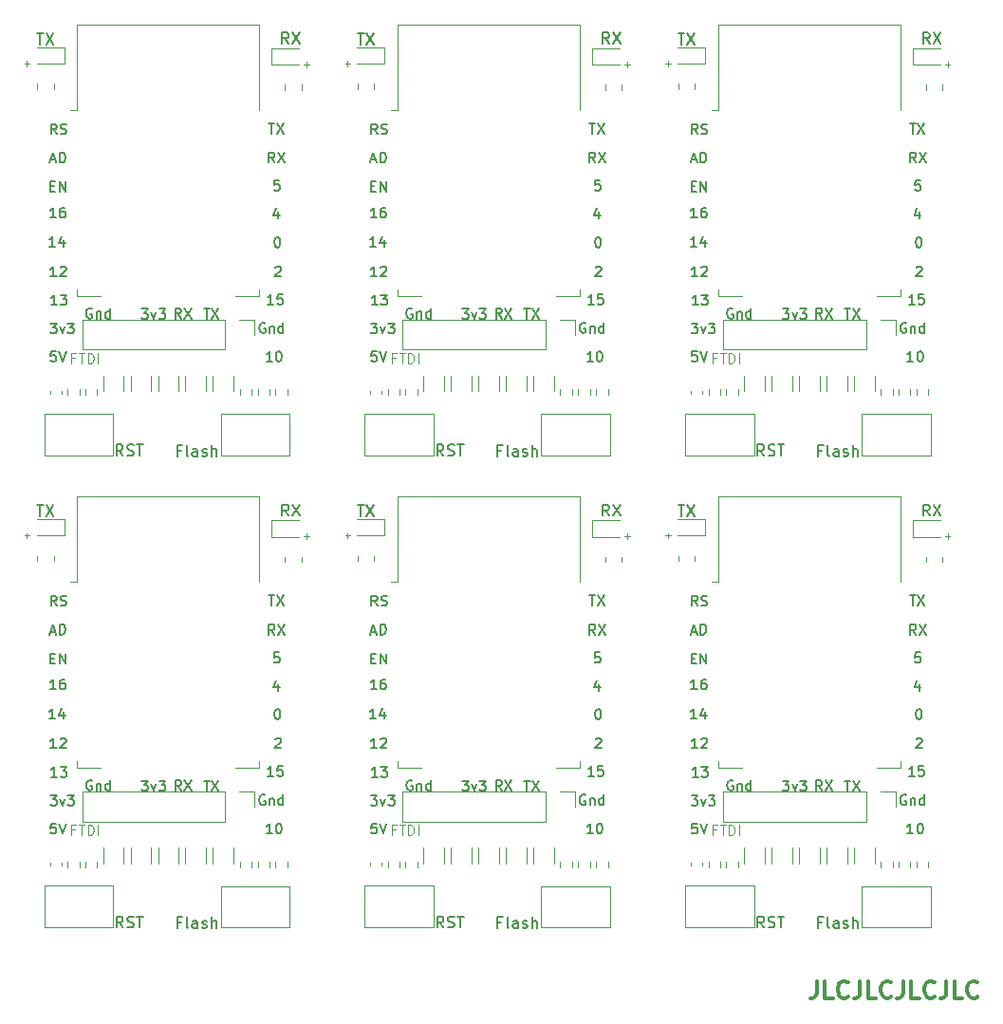
<source format=gbr>
%TF.GenerationSoftware,KiCad,Pcbnew,5.1.9-73d0e3b20d~88~ubuntu18.04.1*%
%TF.CreationDate,2021-11-28T02:45:39+02:00*%
%TF.ProjectId,ESP8266-Breakout-panel,45535038-3236-4362-9d42-7265616b6f75,rev?*%
%TF.SameCoordinates,Original*%
%TF.FileFunction,Legend,Top*%
%TF.FilePolarity,Positive*%
%FSLAX46Y46*%
G04 Gerber Fmt 4.6, Leading zero omitted, Abs format (unit mm)*
G04 Created by KiCad (PCBNEW 5.1.9-73d0e3b20d~88~ubuntu18.04.1) date 2021-11-28 02:45:39*
%MOMM*%
%LPD*%
G01*
G04 APERTURE LIST*
%ADD10C,0.300000*%
%ADD11C,0.130000*%
%ADD12C,0.100000*%
%ADD13C,0.120000*%
%ADD14C,0.150000*%
G04 APERTURE END LIST*
D10*
X180671428Y-140378571D02*
X180671428Y-141450000D01*
X180600000Y-141664285D01*
X180457142Y-141807142D01*
X180242857Y-141878571D01*
X180100000Y-141878571D01*
X182100000Y-141878571D02*
X181385714Y-141878571D01*
X181385714Y-140378571D01*
X183457142Y-141735714D02*
X183385714Y-141807142D01*
X183171428Y-141878571D01*
X183028571Y-141878571D01*
X182814285Y-141807142D01*
X182671428Y-141664285D01*
X182600000Y-141521428D01*
X182528571Y-141235714D01*
X182528571Y-141021428D01*
X182600000Y-140735714D01*
X182671428Y-140592857D01*
X182814285Y-140450000D01*
X183028571Y-140378571D01*
X183171428Y-140378571D01*
X183385714Y-140450000D01*
X183457142Y-140521428D01*
X184528571Y-140378571D02*
X184528571Y-141450000D01*
X184457142Y-141664285D01*
X184314285Y-141807142D01*
X184100000Y-141878571D01*
X183957142Y-141878571D01*
X185957142Y-141878571D02*
X185242857Y-141878571D01*
X185242857Y-140378571D01*
X187314285Y-141735714D02*
X187242857Y-141807142D01*
X187028571Y-141878571D01*
X186885714Y-141878571D01*
X186671428Y-141807142D01*
X186528571Y-141664285D01*
X186457142Y-141521428D01*
X186385714Y-141235714D01*
X186385714Y-141021428D01*
X186457142Y-140735714D01*
X186528571Y-140592857D01*
X186671428Y-140450000D01*
X186885714Y-140378571D01*
X187028571Y-140378571D01*
X187242857Y-140450000D01*
X187314285Y-140521428D01*
X188385714Y-140378571D02*
X188385714Y-141450000D01*
X188314285Y-141664285D01*
X188171428Y-141807142D01*
X187957142Y-141878571D01*
X187814285Y-141878571D01*
X189814285Y-141878571D02*
X189100000Y-141878571D01*
X189100000Y-140378571D01*
X191171428Y-141735714D02*
X191100000Y-141807142D01*
X190885714Y-141878571D01*
X190742857Y-141878571D01*
X190528571Y-141807142D01*
X190385714Y-141664285D01*
X190314285Y-141521428D01*
X190242857Y-141235714D01*
X190242857Y-141021428D01*
X190314285Y-140735714D01*
X190385714Y-140592857D01*
X190528571Y-140450000D01*
X190742857Y-140378571D01*
X190885714Y-140378571D01*
X191100000Y-140450000D01*
X191171428Y-140521428D01*
X192242857Y-140378571D02*
X192242857Y-141450000D01*
X192171428Y-141664285D01*
X192028571Y-141807142D01*
X191814285Y-141878571D01*
X191671428Y-141878571D01*
X193671428Y-141878571D02*
X192957142Y-141878571D01*
X192957142Y-140378571D01*
X195028571Y-141735714D02*
X194957142Y-141807142D01*
X194742857Y-141878571D01*
X194600000Y-141878571D01*
X194385714Y-141807142D01*
X194242857Y-141664285D01*
X194171428Y-141521428D01*
X194100000Y-141235714D01*
X194100000Y-141021428D01*
X194171428Y-140735714D01*
X194242857Y-140592857D01*
X194385714Y-140450000D01*
X194600000Y-140378571D01*
X194742857Y-140378571D01*
X194957142Y-140450000D01*
X195028571Y-140521428D01*
D11*
X177628571Y-122507142D02*
X178185714Y-122507142D01*
X177885714Y-122850000D01*
X178014285Y-122850000D01*
X178100000Y-122892857D01*
X178142857Y-122935714D01*
X178185714Y-123021428D01*
X178185714Y-123235714D01*
X178142857Y-123321428D01*
X178100000Y-123364285D01*
X178014285Y-123407142D01*
X177757142Y-123407142D01*
X177671428Y-123364285D01*
X177628571Y-123321428D01*
X178485714Y-122807142D02*
X178700000Y-123407142D01*
X178914285Y-122807142D01*
X179171428Y-122507142D02*
X179728571Y-122507142D01*
X179428571Y-122850000D01*
X179557142Y-122850000D01*
X179642857Y-122892857D01*
X179685714Y-122935714D01*
X179728571Y-123021428D01*
X179728571Y-123235714D01*
X179685714Y-123321428D01*
X179642857Y-123364285D01*
X179557142Y-123407142D01*
X179300000Y-123407142D01*
X179214285Y-123364285D01*
X179171428Y-123321428D01*
X149028571Y-122507142D02*
X149585714Y-122507142D01*
X149285714Y-122850000D01*
X149414285Y-122850000D01*
X149500000Y-122892857D01*
X149542857Y-122935714D01*
X149585714Y-123021428D01*
X149585714Y-123235714D01*
X149542857Y-123321428D01*
X149500000Y-123364285D01*
X149414285Y-123407142D01*
X149157142Y-123407142D01*
X149071428Y-123364285D01*
X149028571Y-123321428D01*
X149885714Y-122807142D02*
X150100000Y-123407142D01*
X150314285Y-122807142D01*
X150571428Y-122507142D02*
X151128571Y-122507142D01*
X150828571Y-122850000D01*
X150957142Y-122850000D01*
X151042857Y-122892857D01*
X151085714Y-122935714D01*
X151128571Y-123021428D01*
X151128571Y-123235714D01*
X151085714Y-123321428D01*
X151042857Y-123364285D01*
X150957142Y-123407142D01*
X150700000Y-123407142D01*
X150614285Y-123364285D01*
X150571428Y-123321428D01*
X120428571Y-122507142D02*
X120985714Y-122507142D01*
X120685714Y-122850000D01*
X120814285Y-122850000D01*
X120900000Y-122892857D01*
X120942857Y-122935714D01*
X120985714Y-123021428D01*
X120985714Y-123235714D01*
X120942857Y-123321428D01*
X120900000Y-123364285D01*
X120814285Y-123407142D01*
X120557142Y-123407142D01*
X120471428Y-123364285D01*
X120428571Y-123321428D01*
X121285714Y-122807142D02*
X121500000Y-123407142D01*
X121714285Y-122807142D01*
X121971428Y-122507142D02*
X122528571Y-122507142D01*
X122228571Y-122850000D01*
X122357142Y-122850000D01*
X122442857Y-122892857D01*
X122485714Y-122935714D01*
X122528571Y-123021428D01*
X122528571Y-123235714D01*
X122485714Y-123321428D01*
X122442857Y-123364285D01*
X122357142Y-123407142D01*
X122100000Y-123407142D01*
X122014285Y-123364285D01*
X121971428Y-123321428D01*
X177628571Y-80407142D02*
X178185714Y-80407142D01*
X177885714Y-80750000D01*
X178014285Y-80750000D01*
X178100000Y-80792857D01*
X178142857Y-80835714D01*
X178185714Y-80921428D01*
X178185714Y-81135714D01*
X178142857Y-81221428D01*
X178100000Y-81264285D01*
X178014285Y-81307142D01*
X177757142Y-81307142D01*
X177671428Y-81264285D01*
X177628571Y-81221428D01*
X178485714Y-80707142D02*
X178700000Y-81307142D01*
X178914285Y-80707142D01*
X179171428Y-80407142D02*
X179728571Y-80407142D01*
X179428571Y-80750000D01*
X179557142Y-80750000D01*
X179642857Y-80792857D01*
X179685714Y-80835714D01*
X179728571Y-80921428D01*
X179728571Y-81135714D01*
X179685714Y-81221428D01*
X179642857Y-81264285D01*
X179557142Y-81307142D01*
X179300000Y-81307142D01*
X179214285Y-81264285D01*
X179171428Y-81221428D01*
X149028571Y-80407142D02*
X149585714Y-80407142D01*
X149285714Y-80750000D01*
X149414285Y-80750000D01*
X149500000Y-80792857D01*
X149542857Y-80835714D01*
X149585714Y-80921428D01*
X149585714Y-81135714D01*
X149542857Y-81221428D01*
X149500000Y-81264285D01*
X149414285Y-81307142D01*
X149157142Y-81307142D01*
X149071428Y-81264285D01*
X149028571Y-81221428D01*
X149885714Y-80707142D02*
X150100000Y-81307142D01*
X150314285Y-80707142D01*
X150571428Y-80407142D02*
X151128571Y-80407142D01*
X150828571Y-80750000D01*
X150957142Y-80750000D01*
X151042857Y-80792857D01*
X151085714Y-80835714D01*
X151128571Y-80921428D01*
X151128571Y-81135714D01*
X151085714Y-81221428D01*
X151042857Y-81264285D01*
X150957142Y-81307142D01*
X150700000Y-81307142D01*
X150614285Y-81264285D01*
X150571428Y-81221428D01*
X189278571Y-127207142D02*
X188764285Y-127207142D01*
X189021428Y-127207142D02*
X189021428Y-126307142D01*
X188935714Y-126435714D01*
X188850000Y-126521428D01*
X188764285Y-126564285D01*
X189835714Y-126307142D02*
X189921428Y-126307142D01*
X190007142Y-126350000D01*
X190050000Y-126392857D01*
X190092857Y-126478571D01*
X190135714Y-126650000D01*
X190135714Y-126864285D01*
X190092857Y-127035714D01*
X190050000Y-127121428D01*
X190007142Y-127164285D01*
X189921428Y-127207142D01*
X189835714Y-127207142D01*
X189750000Y-127164285D01*
X189707142Y-127121428D01*
X189664285Y-127035714D01*
X189621428Y-126864285D01*
X189621428Y-126650000D01*
X189664285Y-126478571D01*
X189707142Y-126392857D01*
X189750000Y-126350000D01*
X189835714Y-126307142D01*
X160678571Y-127207142D02*
X160164285Y-127207142D01*
X160421428Y-127207142D02*
X160421428Y-126307142D01*
X160335714Y-126435714D01*
X160250000Y-126521428D01*
X160164285Y-126564285D01*
X161235714Y-126307142D02*
X161321428Y-126307142D01*
X161407142Y-126350000D01*
X161450000Y-126392857D01*
X161492857Y-126478571D01*
X161535714Y-126650000D01*
X161535714Y-126864285D01*
X161492857Y-127035714D01*
X161450000Y-127121428D01*
X161407142Y-127164285D01*
X161321428Y-127207142D01*
X161235714Y-127207142D01*
X161150000Y-127164285D01*
X161107142Y-127121428D01*
X161064285Y-127035714D01*
X161021428Y-126864285D01*
X161021428Y-126650000D01*
X161064285Y-126478571D01*
X161107142Y-126392857D01*
X161150000Y-126350000D01*
X161235714Y-126307142D01*
X132078571Y-127207142D02*
X131564285Y-127207142D01*
X131821428Y-127207142D02*
X131821428Y-126307142D01*
X131735714Y-126435714D01*
X131650000Y-126521428D01*
X131564285Y-126564285D01*
X132635714Y-126307142D02*
X132721428Y-126307142D01*
X132807142Y-126350000D01*
X132850000Y-126392857D01*
X132892857Y-126478571D01*
X132935714Y-126650000D01*
X132935714Y-126864285D01*
X132892857Y-127035714D01*
X132850000Y-127121428D01*
X132807142Y-127164285D01*
X132721428Y-127207142D01*
X132635714Y-127207142D01*
X132550000Y-127164285D01*
X132507142Y-127121428D01*
X132464285Y-127035714D01*
X132421428Y-126864285D01*
X132421428Y-126650000D01*
X132464285Y-126478571D01*
X132507142Y-126392857D01*
X132550000Y-126350000D01*
X132635714Y-126307142D01*
X189278571Y-85107142D02*
X188764285Y-85107142D01*
X189021428Y-85107142D02*
X189021428Y-84207142D01*
X188935714Y-84335714D01*
X188850000Y-84421428D01*
X188764285Y-84464285D01*
X189835714Y-84207142D02*
X189921428Y-84207142D01*
X190007142Y-84250000D01*
X190050000Y-84292857D01*
X190092857Y-84378571D01*
X190135714Y-84550000D01*
X190135714Y-84764285D01*
X190092857Y-84935714D01*
X190050000Y-85021428D01*
X190007142Y-85064285D01*
X189921428Y-85107142D01*
X189835714Y-85107142D01*
X189750000Y-85064285D01*
X189707142Y-85021428D01*
X189664285Y-84935714D01*
X189621428Y-84764285D01*
X189621428Y-84550000D01*
X189664285Y-84378571D01*
X189707142Y-84292857D01*
X189750000Y-84250000D01*
X189835714Y-84207142D01*
X160678571Y-85107142D02*
X160164285Y-85107142D01*
X160421428Y-85107142D02*
X160421428Y-84207142D01*
X160335714Y-84335714D01*
X160250000Y-84421428D01*
X160164285Y-84464285D01*
X161235714Y-84207142D02*
X161321428Y-84207142D01*
X161407142Y-84250000D01*
X161450000Y-84292857D01*
X161492857Y-84378571D01*
X161535714Y-84550000D01*
X161535714Y-84764285D01*
X161492857Y-84935714D01*
X161450000Y-85021428D01*
X161407142Y-85064285D01*
X161321428Y-85107142D01*
X161235714Y-85107142D01*
X161150000Y-85064285D01*
X161107142Y-85021428D01*
X161064285Y-84935714D01*
X161021428Y-84764285D01*
X161021428Y-84550000D01*
X161064285Y-84378571D01*
X161107142Y-84292857D01*
X161150000Y-84250000D01*
X161235714Y-84207142D01*
X189707142Y-116107142D02*
X189792857Y-116107142D01*
X189878571Y-116150000D01*
X189921428Y-116192857D01*
X189964285Y-116278571D01*
X190007142Y-116450000D01*
X190007142Y-116664285D01*
X189964285Y-116835714D01*
X189921428Y-116921428D01*
X189878571Y-116964285D01*
X189792857Y-117007142D01*
X189707142Y-117007142D01*
X189621428Y-116964285D01*
X189578571Y-116921428D01*
X189535714Y-116835714D01*
X189492857Y-116664285D01*
X189492857Y-116450000D01*
X189535714Y-116278571D01*
X189578571Y-116192857D01*
X189621428Y-116150000D01*
X189707142Y-116107142D01*
X161107142Y-116107142D02*
X161192857Y-116107142D01*
X161278571Y-116150000D01*
X161321428Y-116192857D01*
X161364285Y-116278571D01*
X161407142Y-116450000D01*
X161407142Y-116664285D01*
X161364285Y-116835714D01*
X161321428Y-116921428D01*
X161278571Y-116964285D01*
X161192857Y-117007142D01*
X161107142Y-117007142D01*
X161021428Y-116964285D01*
X160978571Y-116921428D01*
X160935714Y-116835714D01*
X160892857Y-116664285D01*
X160892857Y-116450000D01*
X160935714Y-116278571D01*
X160978571Y-116192857D01*
X161021428Y-116150000D01*
X161107142Y-116107142D01*
X132507142Y-116107142D02*
X132592857Y-116107142D01*
X132678571Y-116150000D01*
X132721428Y-116192857D01*
X132764285Y-116278571D01*
X132807142Y-116450000D01*
X132807142Y-116664285D01*
X132764285Y-116835714D01*
X132721428Y-116921428D01*
X132678571Y-116964285D01*
X132592857Y-117007142D01*
X132507142Y-117007142D01*
X132421428Y-116964285D01*
X132378571Y-116921428D01*
X132335714Y-116835714D01*
X132292857Y-116664285D01*
X132292857Y-116450000D01*
X132335714Y-116278571D01*
X132378571Y-116192857D01*
X132421428Y-116150000D01*
X132507142Y-116107142D01*
X189707142Y-74007142D02*
X189792857Y-74007142D01*
X189878571Y-74050000D01*
X189921428Y-74092857D01*
X189964285Y-74178571D01*
X190007142Y-74350000D01*
X190007142Y-74564285D01*
X189964285Y-74735714D01*
X189921428Y-74821428D01*
X189878571Y-74864285D01*
X189792857Y-74907142D01*
X189707142Y-74907142D01*
X189621428Y-74864285D01*
X189578571Y-74821428D01*
X189535714Y-74735714D01*
X189492857Y-74564285D01*
X189492857Y-74350000D01*
X189535714Y-74178571D01*
X189578571Y-74092857D01*
X189621428Y-74050000D01*
X189707142Y-74007142D01*
X161107142Y-74007142D02*
X161192857Y-74007142D01*
X161278571Y-74050000D01*
X161321428Y-74092857D01*
X161364285Y-74178571D01*
X161407142Y-74350000D01*
X161407142Y-74564285D01*
X161364285Y-74735714D01*
X161321428Y-74821428D01*
X161278571Y-74864285D01*
X161192857Y-74907142D01*
X161107142Y-74907142D01*
X161021428Y-74864285D01*
X160978571Y-74821428D01*
X160935714Y-74735714D01*
X160892857Y-74564285D01*
X160892857Y-74350000D01*
X160935714Y-74178571D01*
X160978571Y-74092857D01*
X161021428Y-74050000D01*
X161107142Y-74007142D01*
X189821428Y-113857142D02*
X189821428Y-114457142D01*
X189607142Y-113514285D02*
X189392857Y-114157142D01*
X189950000Y-114157142D01*
X161221428Y-113857142D02*
X161221428Y-114457142D01*
X161007142Y-113514285D02*
X160792857Y-114157142D01*
X161350000Y-114157142D01*
X132621428Y-113857142D02*
X132621428Y-114457142D01*
X132407142Y-113514285D02*
X132192857Y-114157142D01*
X132750000Y-114157142D01*
X189821428Y-71757142D02*
X189821428Y-72357142D01*
X189607142Y-71414285D02*
X189392857Y-72057142D01*
X189950000Y-72057142D01*
X161221428Y-71757142D02*
X161221428Y-72357142D01*
X161007142Y-71414285D02*
X160792857Y-72057142D01*
X161350000Y-72057142D01*
X189914285Y-111057142D02*
X189485714Y-111057142D01*
X189442857Y-111485714D01*
X189485714Y-111442857D01*
X189571428Y-111400000D01*
X189785714Y-111400000D01*
X189871428Y-111442857D01*
X189914285Y-111485714D01*
X189957142Y-111571428D01*
X189957142Y-111785714D01*
X189914285Y-111871428D01*
X189871428Y-111914285D01*
X189785714Y-111957142D01*
X189571428Y-111957142D01*
X189485714Y-111914285D01*
X189442857Y-111871428D01*
X161314285Y-111057142D02*
X160885714Y-111057142D01*
X160842857Y-111485714D01*
X160885714Y-111442857D01*
X160971428Y-111400000D01*
X161185714Y-111400000D01*
X161271428Y-111442857D01*
X161314285Y-111485714D01*
X161357142Y-111571428D01*
X161357142Y-111785714D01*
X161314285Y-111871428D01*
X161271428Y-111914285D01*
X161185714Y-111957142D01*
X160971428Y-111957142D01*
X160885714Y-111914285D01*
X160842857Y-111871428D01*
X132714285Y-111057142D02*
X132285714Y-111057142D01*
X132242857Y-111485714D01*
X132285714Y-111442857D01*
X132371428Y-111400000D01*
X132585714Y-111400000D01*
X132671428Y-111442857D01*
X132714285Y-111485714D01*
X132757142Y-111571428D01*
X132757142Y-111785714D01*
X132714285Y-111871428D01*
X132671428Y-111914285D01*
X132585714Y-111957142D01*
X132371428Y-111957142D01*
X132285714Y-111914285D01*
X132242857Y-111871428D01*
X189914285Y-68957142D02*
X189485714Y-68957142D01*
X189442857Y-69385714D01*
X189485714Y-69342857D01*
X189571428Y-69300000D01*
X189785714Y-69300000D01*
X189871428Y-69342857D01*
X189914285Y-69385714D01*
X189957142Y-69471428D01*
X189957142Y-69685714D01*
X189914285Y-69771428D01*
X189871428Y-69814285D01*
X189785714Y-69857142D01*
X189571428Y-69857142D01*
X189485714Y-69814285D01*
X189442857Y-69771428D01*
X161314285Y-68957142D02*
X160885714Y-68957142D01*
X160842857Y-69385714D01*
X160885714Y-69342857D01*
X160971428Y-69300000D01*
X161185714Y-69300000D01*
X161271428Y-69342857D01*
X161314285Y-69385714D01*
X161357142Y-69471428D01*
X161357142Y-69685714D01*
X161314285Y-69771428D01*
X161271428Y-69814285D01*
X161185714Y-69857142D01*
X160971428Y-69857142D01*
X160885714Y-69814285D01*
X160842857Y-69771428D01*
X189378571Y-122107142D02*
X188864285Y-122107142D01*
X189121428Y-122107142D02*
X189121428Y-121207142D01*
X189035714Y-121335714D01*
X188950000Y-121421428D01*
X188864285Y-121464285D01*
X190192857Y-121207142D02*
X189764285Y-121207142D01*
X189721428Y-121635714D01*
X189764285Y-121592857D01*
X189850000Y-121550000D01*
X190064285Y-121550000D01*
X190150000Y-121592857D01*
X190192857Y-121635714D01*
X190235714Y-121721428D01*
X190235714Y-121935714D01*
X190192857Y-122021428D01*
X190150000Y-122064285D01*
X190064285Y-122107142D01*
X189850000Y-122107142D01*
X189764285Y-122064285D01*
X189721428Y-122021428D01*
X160778571Y-122107142D02*
X160264285Y-122107142D01*
X160521428Y-122107142D02*
X160521428Y-121207142D01*
X160435714Y-121335714D01*
X160350000Y-121421428D01*
X160264285Y-121464285D01*
X161592857Y-121207142D02*
X161164285Y-121207142D01*
X161121428Y-121635714D01*
X161164285Y-121592857D01*
X161250000Y-121550000D01*
X161464285Y-121550000D01*
X161550000Y-121592857D01*
X161592857Y-121635714D01*
X161635714Y-121721428D01*
X161635714Y-121935714D01*
X161592857Y-122021428D01*
X161550000Y-122064285D01*
X161464285Y-122107142D01*
X161250000Y-122107142D01*
X161164285Y-122064285D01*
X161121428Y-122021428D01*
X132178571Y-122107142D02*
X131664285Y-122107142D01*
X131921428Y-122107142D02*
X131921428Y-121207142D01*
X131835714Y-121335714D01*
X131750000Y-121421428D01*
X131664285Y-121464285D01*
X132992857Y-121207142D02*
X132564285Y-121207142D01*
X132521428Y-121635714D01*
X132564285Y-121592857D01*
X132650000Y-121550000D01*
X132864285Y-121550000D01*
X132950000Y-121592857D01*
X132992857Y-121635714D01*
X133035714Y-121721428D01*
X133035714Y-121935714D01*
X132992857Y-122021428D01*
X132950000Y-122064285D01*
X132864285Y-122107142D01*
X132650000Y-122107142D01*
X132564285Y-122064285D01*
X132521428Y-122021428D01*
X189378571Y-80007142D02*
X188864285Y-80007142D01*
X189121428Y-80007142D02*
X189121428Y-79107142D01*
X189035714Y-79235714D01*
X188950000Y-79321428D01*
X188864285Y-79364285D01*
X190192857Y-79107142D02*
X189764285Y-79107142D01*
X189721428Y-79535714D01*
X189764285Y-79492857D01*
X189850000Y-79450000D01*
X190064285Y-79450000D01*
X190150000Y-79492857D01*
X190192857Y-79535714D01*
X190235714Y-79621428D01*
X190235714Y-79835714D01*
X190192857Y-79921428D01*
X190150000Y-79964285D01*
X190064285Y-80007142D01*
X189850000Y-80007142D01*
X189764285Y-79964285D01*
X189721428Y-79921428D01*
X160778571Y-80007142D02*
X160264285Y-80007142D01*
X160521428Y-80007142D02*
X160521428Y-79107142D01*
X160435714Y-79235714D01*
X160350000Y-79321428D01*
X160264285Y-79364285D01*
X161592857Y-79107142D02*
X161164285Y-79107142D01*
X161121428Y-79535714D01*
X161164285Y-79492857D01*
X161250000Y-79450000D01*
X161464285Y-79450000D01*
X161550000Y-79492857D01*
X161592857Y-79535714D01*
X161635714Y-79621428D01*
X161635714Y-79835714D01*
X161592857Y-79921428D01*
X161550000Y-79964285D01*
X161464285Y-80007142D01*
X161250000Y-80007142D01*
X161164285Y-79964285D01*
X161121428Y-79921428D01*
D12*
X167628571Y-100622857D02*
X167171428Y-100622857D01*
X167400000Y-100851428D02*
X167400000Y-100394285D01*
X139028571Y-100622857D02*
X138571428Y-100622857D01*
X138800000Y-100851428D02*
X138800000Y-100394285D01*
X110428571Y-100622857D02*
X109971428Y-100622857D01*
X110200000Y-100851428D02*
X110200000Y-100394285D01*
X167628571Y-58522857D02*
X167171428Y-58522857D01*
X167400000Y-58751428D02*
X167400000Y-58294285D01*
X139028571Y-58522857D02*
X138571428Y-58522857D01*
X138800000Y-58751428D02*
X138800000Y-58294285D01*
D11*
X169978571Y-126307142D02*
X169550000Y-126307142D01*
X169507142Y-126735714D01*
X169550000Y-126692857D01*
X169635714Y-126650000D01*
X169850000Y-126650000D01*
X169935714Y-126692857D01*
X169978571Y-126735714D01*
X170021428Y-126821428D01*
X170021428Y-127035714D01*
X169978571Y-127121428D01*
X169935714Y-127164285D01*
X169850000Y-127207142D01*
X169635714Y-127207142D01*
X169550000Y-127164285D01*
X169507142Y-127121428D01*
X170278571Y-126307142D02*
X170578571Y-127207142D01*
X170878571Y-126307142D01*
X141378571Y-126307142D02*
X140950000Y-126307142D01*
X140907142Y-126735714D01*
X140950000Y-126692857D01*
X141035714Y-126650000D01*
X141250000Y-126650000D01*
X141335714Y-126692857D01*
X141378571Y-126735714D01*
X141421428Y-126821428D01*
X141421428Y-127035714D01*
X141378571Y-127121428D01*
X141335714Y-127164285D01*
X141250000Y-127207142D01*
X141035714Y-127207142D01*
X140950000Y-127164285D01*
X140907142Y-127121428D01*
X141678571Y-126307142D02*
X141978571Y-127207142D01*
X142278571Y-126307142D01*
X112778571Y-126307142D02*
X112350000Y-126307142D01*
X112307142Y-126735714D01*
X112350000Y-126692857D01*
X112435714Y-126650000D01*
X112650000Y-126650000D01*
X112735714Y-126692857D01*
X112778571Y-126735714D01*
X112821428Y-126821428D01*
X112821428Y-127035714D01*
X112778571Y-127121428D01*
X112735714Y-127164285D01*
X112650000Y-127207142D01*
X112435714Y-127207142D01*
X112350000Y-127164285D01*
X112307142Y-127121428D01*
X113078571Y-126307142D02*
X113378571Y-127207142D01*
X113678571Y-126307142D01*
X169978571Y-84207142D02*
X169550000Y-84207142D01*
X169507142Y-84635714D01*
X169550000Y-84592857D01*
X169635714Y-84550000D01*
X169850000Y-84550000D01*
X169935714Y-84592857D01*
X169978571Y-84635714D01*
X170021428Y-84721428D01*
X170021428Y-84935714D01*
X169978571Y-85021428D01*
X169935714Y-85064285D01*
X169850000Y-85107142D01*
X169635714Y-85107142D01*
X169550000Y-85064285D01*
X169507142Y-85021428D01*
X170278571Y-84207142D02*
X170578571Y-85107142D01*
X170878571Y-84207142D01*
X141378571Y-84207142D02*
X140950000Y-84207142D01*
X140907142Y-84635714D01*
X140950000Y-84592857D01*
X141035714Y-84550000D01*
X141250000Y-84550000D01*
X141335714Y-84592857D01*
X141378571Y-84635714D01*
X141421428Y-84721428D01*
X141421428Y-84935714D01*
X141378571Y-85021428D01*
X141335714Y-85064285D01*
X141250000Y-85107142D01*
X141035714Y-85107142D01*
X140950000Y-85064285D01*
X140907142Y-85021428D01*
X141678571Y-84207142D02*
X141978571Y-85107142D01*
X142278571Y-84207142D01*
X170078571Y-122157142D02*
X169564285Y-122157142D01*
X169821428Y-122157142D02*
X169821428Y-121257142D01*
X169735714Y-121385714D01*
X169650000Y-121471428D01*
X169564285Y-121514285D01*
X170378571Y-121257142D02*
X170935714Y-121257142D01*
X170635714Y-121600000D01*
X170764285Y-121600000D01*
X170850000Y-121642857D01*
X170892857Y-121685714D01*
X170935714Y-121771428D01*
X170935714Y-121985714D01*
X170892857Y-122071428D01*
X170850000Y-122114285D01*
X170764285Y-122157142D01*
X170507142Y-122157142D01*
X170421428Y-122114285D01*
X170378571Y-122071428D01*
X141478571Y-122157142D02*
X140964285Y-122157142D01*
X141221428Y-122157142D02*
X141221428Y-121257142D01*
X141135714Y-121385714D01*
X141050000Y-121471428D01*
X140964285Y-121514285D01*
X141778571Y-121257142D02*
X142335714Y-121257142D01*
X142035714Y-121600000D01*
X142164285Y-121600000D01*
X142250000Y-121642857D01*
X142292857Y-121685714D01*
X142335714Y-121771428D01*
X142335714Y-121985714D01*
X142292857Y-122071428D01*
X142250000Y-122114285D01*
X142164285Y-122157142D01*
X141907142Y-122157142D01*
X141821428Y-122114285D01*
X141778571Y-122071428D01*
X112878571Y-122157142D02*
X112364285Y-122157142D01*
X112621428Y-122157142D02*
X112621428Y-121257142D01*
X112535714Y-121385714D01*
X112450000Y-121471428D01*
X112364285Y-121514285D01*
X113178571Y-121257142D02*
X113735714Y-121257142D01*
X113435714Y-121600000D01*
X113564285Y-121600000D01*
X113650000Y-121642857D01*
X113692857Y-121685714D01*
X113735714Y-121771428D01*
X113735714Y-121985714D01*
X113692857Y-122071428D01*
X113650000Y-122114285D01*
X113564285Y-122157142D01*
X113307142Y-122157142D01*
X113221428Y-122114285D01*
X113178571Y-122071428D01*
X170078571Y-80057142D02*
X169564285Y-80057142D01*
X169821428Y-80057142D02*
X169821428Y-79157142D01*
X169735714Y-79285714D01*
X169650000Y-79371428D01*
X169564285Y-79414285D01*
X170378571Y-79157142D02*
X170935714Y-79157142D01*
X170635714Y-79500000D01*
X170764285Y-79500000D01*
X170850000Y-79542857D01*
X170892857Y-79585714D01*
X170935714Y-79671428D01*
X170935714Y-79885714D01*
X170892857Y-79971428D01*
X170850000Y-80014285D01*
X170764285Y-80057142D01*
X170507142Y-80057142D01*
X170421428Y-80014285D01*
X170378571Y-79971428D01*
X141478571Y-80057142D02*
X140964285Y-80057142D01*
X141221428Y-80057142D02*
X141221428Y-79157142D01*
X141135714Y-79285714D01*
X141050000Y-79371428D01*
X140964285Y-79414285D01*
X141778571Y-79157142D02*
X142335714Y-79157142D01*
X142035714Y-79500000D01*
X142164285Y-79500000D01*
X142250000Y-79542857D01*
X142292857Y-79585714D01*
X142335714Y-79671428D01*
X142335714Y-79885714D01*
X142292857Y-79971428D01*
X142250000Y-80014285D01*
X142164285Y-80057142D01*
X141907142Y-80057142D01*
X141821428Y-80014285D01*
X141778571Y-79971428D01*
X189500000Y-109457142D02*
X189200000Y-109028571D01*
X188985714Y-109457142D02*
X188985714Y-108557142D01*
X189328571Y-108557142D01*
X189414285Y-108600000D01*
X189457142Y-108642857D01*
X189500000Y-108728571D01*
X189500000Y-108857142D01*
X189457142Y-108942857D01*
X189414285Y-108985714D01*
X189328571Y-109028571D01*
X188985714Y-109028571D01*
X189800000Y-108557142D02*
X190400000Y-109457142D01*
X190400000Y-108557142D02*
X189800000Y-109457142D01*
X160900000Y-109457142D02*
X160600000Y-109028571D01*
X160385714Y-109457142D02*
X160385714Y-108557142D01*
X160728571Y-108557142D01*
X160814285Y-108600000D01*
X160857142Y-108642857D01*
X160900000Y-108728571D01*
X160900000Y-108857142D01*
X160857142Y-108942857D01*
X160814285Y-108985714D01*
X160728571Y-109028571D01*
X160385714Y-109028571D01*
X161200000Y-108557142D02*
X161800000Y-109457142D01*
X161800000Y-108557142D02*
X161200000Y-109457142D01*
X132300000Y-109457142D02*
X132000000Y-109028571D01*
X131785714Y-109457142D02*
X131785714Y-108557142D01*
X132128571Y-108557142D01*
X132214285Y-108600000D01*
X132257142Y-108642857D01*
X132300000Y-108728571D01*
X132300000Y-108857142D01*
X132257142Y-108942857D01*
X132214285Y-108985714D01*
X132128571Y-109028571D01*
X131785714Y-109028571D01*
X132600000Y-108557142D02*
X133200000Y-109457142D01*
X133200000Y-108557142D02*
X132600000Y-109457142D01*
X189500000Y-67357142D02*
X189200000Y-66928571D01*
X188985714Y-67357142D02*
X188985714Y-66457142D01*
X189328571Y-66457142D01*
X189414285Y-66500000D01*
X189457142Y-66542857D01*
X189500000Y-66628571D01*
X189500000Y-66757142D01*
X189457142Y-66842857D01*
X189414285Y-66885714D01*
X189328571Y-66928571D01*
X188985714Y-66928571D01*
X189800000Y-66457142D02*
X190400000Y-67357142D01*
X190400000Y-66457142D02*
X189800000Y-67357142D01*
X160900000Y-67357142D02*
X160600000Y-66928571D01*
X160385714Y-67357142D02*
X160385714Y-66457142D01*
X160728571Y-66457142D01*
X160814285Y-66500000D01*
X160857142Y-66542857D01*
X160900000Y-66628571D01*
X160900000Y-66757142D01*
X160857142Y-66842857D01*
X160814285Y-66885714D01*
X160728571Y-66928571D01*
X160385714Y-66928571D01*
X161200000Y-66457142D02*
X161800000Y-67357142D01*
X161800000Y-66457142D02*
X161200000Y-67357142D01*
X188964285Y-105957142D02*
X189478571Y-105957142D01*
X189221428Y-106857142D02*
X189221428Y-105957142D01*
X189692857Y-105957142D02*
X190292857Y-106857142D01*
X190292857Y-105957142D02*
X189692857Y-106857142D01*
X160364285Y-105957142D02*
X160878571Y-105957142D01*
X160621428Y-106857142D02*
X160621428Y-105957142D01*
X161092857Y-105957142D02*
X161692857Y-106857142D01*
X161692857Y-105957142D02*
X161092857Y-106857142D01*
X131764285Y-105957142D02*
X132278571Y-105957142D01*
X132021428Y-106857142D02*
X132021428Y-105957142D01*
X132492857Y-105957142D02*
X133092857Y-106857142D01*
X133092857Y-105957142D02*
X132492857Y-106857142D01*
X188964285Y-63857142D02*
X189478571Y-63857142D01*
X189221428Y-64757142D02*
X189221428Y-63857142D01*
X189692857Y-63857142D02*
X190292857Y-64757142D01*
X190292857Y-63857142D02*
X189692857Y-64757142D01*
X160364285Y-63857142D02*
X160878571Y-63857142D01*
X160621428Y-64757142D02*
X160621428Y-63857142D01*
X161092857Y-63857142D02*
X161692857Y-64757142D01*
X161692857Y-63857142D02*
X161092857Y-64757142D01*
X183164285Y-122507142D02*
X183678571Y-122507142D01*
X183421428Y-123407142D02*
X183421428Y-122507142D01*
X183892857Y-122507142D02*
X184492857Y-123407142D01*
X184492857Y-122507142D02*
X183892857Y-123407142D01*
X154564285Y-122507142D02*
X155078571Y-122507142D01*
X154821428Y-123407142D02*
X154821428Y-122507142D01*
X155292857Y-122507142D02*
X155892857Y-123407142D01*
X155892857Y-122507142D02*
X155292857Y-123407142D01*
X125964285Y-122507142D02*
X126478571Y-122507142D01*
X126221428Y-123407142D02*
X126221428Y-122507142D01*
X126692857Y-122507142D02*
X127292857Y-123407142D01*
X127292857Y-122507142D02*
X126692857Y-123407142D01*
X183164285Y-80407142D02*
X183678571Y-80407142D01*
X183421428Y-81307142D02*
X183421428Y-80407142D01*
X183892857Y-80407142D02*
X184492857Y-81307142D01*
X184492857Y-80407142D02*
X183892857Y-81307142D01*
X154564285Y-80407142D02*
X155078571Y-80407142D01*
X154821428Y-81307142D02*
X154821428Y-80407142D01*
X155292857Y-80407142D02*
X155892857Y-81307142D01*
X155892857Y-80407142D02*
X155292857Y-81307142D01*
X169478571Y-123807142D02*
X170035714Y-123807142D01*
X169735714Y-124150000D01*
X169864285Y-124150000D01*
X169950000Y-124192857D01*
X169992857Y-124235714D01*
X170035714Y-124321428D01*
X170035714Y-124535714D01*
X169992857Y-124621428D01*
X169950000Y-124664285D01*
X169864285Y-124707142D01*
X169607142Y-124707142D01*
X169521428Y-124664285D01*
X169478571Y-124621428D01*
X170335714Y-124107142D02*
X170550000Y-124707142D01*
X170764285Y-124107142D01*
X171021428Y-123807142D02*
X171578571Y-123807142D01*
X171278571Y-124150000D01*
X171407142Y-124150000D01*
X171492857Y-124192857D01*
X171535714Y-124235714D01*
X171578571Y-124321428D01*
X171578571Y-124535714D01*
X171535714Y-124621428D01*
X171492857Y-124664285D01*
X171407142Y-124707142D01*
X171150000Y-124707142D01*
X171064285Y-124664285D01*
X171021428Y-124621428D01*
X140878571Y-123807142D02*
X141435714Y-123807142D01*
X141135714Y-124150000D01*
X141264285Y-124150000D01*
X141350000Y-124192857D01*
X141392857Y-124235714D01*
X141435714Y-124321428D01*
X141435714Y-124535714D01*
X141392857Y-124621428D01*
X141350000Y-124664285D01*
X141264285Y-124707142D01*
X141007142Y-124707142D01*
X140921428Y-124664285D01*
X140878571Y-124621428D01*
X141735714Y-124107142D02*
X141950000Y-124707142D01*
X142164285Y-124107142D01*
X142421428Y-123807142D02*
X142978571Y-123807142D01*
X142678571Y-124150000D01*
X142807142Y-124150000D01*
X142892857Y-124192857D01*
X142935714Y-124235714D01*
X142978571Y-124321428D01*
X142978571Y-124535714D01*
X142935714Y-124621428D01*
X142892857Y-124664285D01*
X142807142Y-124707142D01*
X142550000Y-124707142D01*
X142464285Y-124664285D01*
X142421428Y-124621428D01*
X112278571Y-123807142D02*
X112835714Y-123807142D01*
X112535714Y-124150000D01*
X112664285Y-124150000D01*
X112750000Y-124192857D01*
X112792857Y-124235714D01*
X112835714Y-124321428D01*
X112835714Y-124535714D01*
X112792857Y-124621428D01*
X112750000Y-124664285D01*
X112664285Y-124707142D01*
X112407142Y-124707142D01*
X112321428Y-124664285D01*
X112278571Y-124621428D01*
X113135714Y-124107142D02*
X113350000Y-124707142D01*
X113564285Y-124107142D01*
X113821428Y-123807142D02*
X114378571Y-123807142D01*
X114078571Y-124150000D01*
X114207142Y-124150000D01*
X114292857Y-124192857D01*
X114335714Y-124235714D01*
X114378571Y-124321428D01*
X114378571Y-124535714D01*
X114335714Y-124621428D01*
X114292857Y-124664285D01*
X114207142Y-124707142D01*
X113950000Y-124707142D01*
X113864285Y-124664285D01*
X113821428Y-124621428D01*
X169478571Y-81707142D02*
X170035714Y-81707142D01*
X169735714Y-82050000D01*
X169864285Y-82050000D01*
X169950000Y-82092857D01*
X169992857Y-82135714D01*
X170035714Y-82221428D01*
X170035714Y-82435714D01*
X169992857Y-82521428D01*
X169950000Y-82564285D01*
X169864285Y-82607142D01*
X169607142Y-82607142D01*
X169521428Y-82564285D01*
X169478571Y-82521428D01*
X170335714Y-82007142D02*
X170550000Y-82607142D01*
X170764285Y-82007142D01*
X171021428Y-81707142D02*
X171578571Y-81707142D01*
X171278571Y-82050000D01*
X171407142Y-82050000D01*
X171492857Y-82092857D01*
X171535714Y-82135714D01*
X171578571Y-82221428D01*
X171578571Y-82435714D01*
X171535714Y-82521428D01*
X171492857Y-82564285D01*
X171407142Y-82607142D01*
X171150000Y-82607142D01*
X171064285Y-82564285D01*
X171021428Y-82521428D01*
X140878571Y-81707142D02*
X141435714Y-81707142D01*
X141135714Y-82050000D01*
X141264285Y-82050000D01*
X141350000Y-82092857D01*
X141392857Y-82135714D01*
X141435714Y-82221428D01*
X141435714Y-82435714D01*
X141392857Y-82521428D01*
X141350000Y-82564285D01*
X141264285Y-82607142D01*
X141007142Y-82607142D01*
X140921428Y-82564285D01*
X140878571Y-82521428D01*
X141735714Y-82007142D02*
X141950000Y-82607142D01*
X142164285Y-82007142D01*
X142421428Y-81707142D02*
X142978571Y-81707142D01*
X142678571Y-82050000D01*
X142807142Y-82050000D01*
X142892857Y-82092857D01*
X142935714Y-82135714D01*
X142978571Y-82221428D01*
X142978571Y-82435714D01*
X142935714Y-82521428D01*
X142892857Y-82564285D01*
X142807142Y-82607142D01*
X142550000Y-82607142D01*
X142464285Y-82564285D01*
X142421428Y-82521428D01*
X188621428Y-123800000D02*
X188535714Y-123757142D01*
X188407142Y-123757142D01*
X188278571Y-123800000D01*
X188192857Y-123885714D01*
X188150000Y-123971428D01*
X188107142Y-124142857D01*
X188107142Y-124271428D01*
X188150000Y-124442857D01*
X188192857Y-124528571D01*
X188278571Y-124614285D01*
X188407142Y-124657142D01*
X188492857Y-124657142D01*
X188621428Y-124614285D01*
X188664285Y-124571428D01*
X188664285Y-124271428D01*
X188492857Y-124271428D01*
X189050000Y-124057142D02*
X189050000Y-124657142D01*
X189050000Y-124142857D02*
X189092857Y-124100000D01*
X189178571Y-124057142D01*
X189307142Y-124057142D01*
X189392857Y-124100000D01*
X189435714Y-124185714D01*
X189435714Y-124657142D01*
X190250000Y-124657142D02*
X190250000Y-123757142D01*
X190250000Y-124614285D02*
X190164285Y-124657142D01*
X189992857Y-124657142D01*
X189907142Y-124614285D01*
X189864285Y-124571428D01*
X189821428Y-124485714D01*
X189821428Y-124228571D01*
X189864285Y-124142857D01*
X189907142Y-124100000D01*
X189992857Y-124057142D01*
X190164285Y-124057142D01*
X190250000Y-124100000D01*
X160021428Y-123800000D02*
X159935714Y-123757142D01*
X159807142Y-123757142D01*
X159678571Y-123800000D01*
X159592857Y-123885714D01*
X159550000Y-123971428D01*
X159507142Y-124142857D01*
X159507142Y-124271428D01*
X159550000Y-124442857D01*
X159592857Y-124528571D01*
X159678571Y-124614285D01*
X159807142Y-124657142D01*
X159892857Y-124657142D01*
X160021428Y-124614285D01*
X160064285Y-124571428D01*
X160064285Y-124271428D01*
X159892857Y-124271428D01*
X160450000Y-124057142D02*
X160450000Y-124657142D01*
X160450000Y-124142857D02*
X160492857Y-124100000D01*
X160578571Y-124057142D01*
X160707142Y-124057142D01*
X160792857Y-124100000D01*
X160835714Y-124185714D01*
X160835714Y-124657142D01*
X161650000Y-124657142D02*
X161650000Y-123757142D01*
X161650000Y-124614285D02*
X161564285Y-124657142D01*
X161392857Y-124657142D01*
X161307142Y-124614285D01*
X161264285Y-124571428D01*
X161221428Y-124485714D01*
X161221428Y-124228571D01*
X161264285Y-124142857D01*
X161307142Y-124100000D01*
X161392857Y-124057142D01*
X161564285Y-124057142D01*
X161650000Y-124100000D01*
X131421428Y-123800000D02*
X131335714Y-123757142D01*
X131207142Y-123757142D01*
X131078571Y-123800000D01*
X130992857Y-123885714D01*
X130950000Y-123971428D01*
X130907142Y-124142857D01*
X130907142Y-124271428D01*
X130950000Y-124442857D01*
X130992857Y-124528571D01*
X131078571Y-124614285D01*
X131207142Y-124657142D01*
X131292857Y-124657142D01*
X131421428Y-124614285D01*
X131464285Y-124571428D01*
X131464285Y-124271428D01*
X131292857Y-124271428D01*
X131850000Y-124057142D02*
X131850000Y-124657142D01*
X131850000Y-124142857D02*
X131892857Y-124100000D01*
X131978571Y-124057142D01*
X132107142Y-124057142D01*
X132192857Y-124100000D01*
X132235714Y-124185714D01*
X132235714Y-124657142D01*
X133050000Y-124657142D02*
X133050000Y-123757142D01*
X133050000Y-124614285D02*
X132964285Y-124657142D01*
X132792857Y-124657142D01*
X132707142Y-124614285D01*
X132664285Y-124571428D01*
X132621428Y-124485714D01*
X132621428Y-124228571D01*
X132664285Y-124142857D01*
X132707142Y-124100000D01*
X132792857Y-124057142D01*
X132964285Y-124057142D01*
X133050000Y-124100000D01*
X188621428Y-81700000D02*
X188535714Y-81657142D01*
X188407142Y-81657142D01*
X188278571Y-81700000D01*
X188192857Y-81785714D01*
X188150000Y-81871428D01*
X188107142Y-82042857D01*
X188107142Y-82171428D01*
X188150000Y-82342857D01*
X188192857Y-82428571D01*
X188278571Y-82514285D01*
X188407142Y-82557142D01*
X188492857Y-82557142D01*
X188621428Y-82514285D01*
X188664285Y-82471428D01*
X188664285Y-82171428D01*
X188492857Y-82171428D01*
X189050000Y-81957142D02*
X189050000Y-82557142D01*
X189050000Y-82042857D02*
X189092857Y-82000000D01*
X189178571Y-81957142D01*
X189307142Y-81957142D01*
X189392857Y-82000000D01*
X189435714Y-82085714D01*
X189435714Y-82557142D01*
X190250000Y-82557142D02*
X190250000Y-81657142D01*
X190250000Y-82514285D02*
X190164285Y-82557142D01*
X189992857Y-82557142D01*
X189907142Y-82514285D01*
X189864285Y-82471428D01*
X189821428Y-82385714D01*
X189821428Y-82128571D01*
X189864285Y-82042857D01*
X189907142Y-82000000D01*
X189992857Y-81957142D01*
X190164285Y-81957142D01*
X190250000Y-82000000D01*
X160021428Y-81700000D02*
X159935714Y-81657142D01*
X159807142Y-81657142D01*
X159678571Y-81700000D01*
X159592857Y-81785714D01*
X159550000Y-81871428D01*
X159507142Y-82042857D01*
X159507142Y-82171428D01*
X159550000Y-82342857D01*
X159592857Y-82428571D01*
X159678571Y-82514285D01*
X159807142Y-82557142D01*
X159892857Y-82557142D01*
X160021428Y-82514285D01*
X160064285Y-82471428D01*
X160064285Y-82171428D01*
X159892857Y-82171428D01*
X160450000Y-81957142D02*
X160450000Y-82557142D01*
X160450000Y-82042857D02*
X160492857Y-82000000D01*
X160578571Y-81957142D01*
X160707142Y-81957142D01*
X160792857Y-82000000D01*
X160835714Y-82085714D01*
X160835714Y-82557142D01*
X161650000Y-82557142D02*
X161650000Y-81657142D01*
X161650000Y-82514285D02*
X161564285Y-82557142D01*
X161392857Y-82557142D01*
X161307142Y-82514285D01*
X161264285Y-82471428D01*
X161221428Y-82385714D01*
X161221428Y-82128571D01*
X161264285Y-82042857D01*
X161307142Y-82000000D01*
X161392857Y-81957142D01*
X161564285Y-81957142D01*
X161650000Y-82000000D01*
X169978571Y-114357142D02*
X169464285Y-114357142D01*
X169721428Y-114357142D02*
X169721428Y-113457142D01*
X169635714Y-113585714D01*
X169550000Y-113671428D01*
X169464285Y-113714285D01*
X170750000Y-113457142D02*
X170578571Y-113457142D01*
X170492857Y-113500000D01*
X170450000Y-113542857D01*
X170364285Y-113671428D01*
X170321428Y-113842857D01*
X170321428Y-114185714D01*
X170364285Y-114271428D01*
X170407142Y-114314285D01*
X170492857Y-114357142D01*
X170664285Y-114357142D01*
X170750000Y-114314285D01*
X170792857Y-114271428D01*
X170835714Y-114185714D01*
X170835714Y-113971428D01*
X170792857Y-113885714D01*
X170750000Y-113842857D01*
X170664285Y-113800000D01*
X170492857Y-113800000D01*
X170407142Y-113842857D01*
X170364285Y-113885714D01*
X170321428Y-113971428D01*
X141378571Y-114357142D02*
X140864285Y-114357142D01*
X141121428Y-114357142D02*
X141121428Y-113457142D01*
X141035714Y-113585714D01*
X140950000Y-113671428D01*
X140864285Y-113714285D01*
X142150000Y-113457142D02*
X141978571Y-113457142D01*
X141892857Y-113500000D01*
X141850000Y-113542857D01*
X141764285Y-113671428D01*
X141721428Y-113842857D01*
X141721428Y-114185714D01*
X141764285Y-114271428D01*
X141807142Y-114314285D01*
X141892857Y-114357142D01*
X142064285Y-114357142D01*
X142150000Y-114314285D01*
X142192857Y-114271428D01*
X142235714Y-114185714D01*
X142235714Y-113971428D01*
X142192857Y-113885714D01*
X142150000Y-113842857D01*
X142064285Y-113800000D01*
X141892857Y-113800000D01*
X141807142Y-113842857D01*
X141764285Y-113885714D01*
X141721428Y-113971428D01*
X112778571Y-114357142D02*
X112264285Y-114357142D01*
X112521428Y-114357142D02*
X112521428Y-113457142D01*
X112435714Y-113585714D01*
X112350000Y-113671428D01*
X112264285Y-113714285D01*
X113550000Y-113457142D02*
X113378571Y-113457142D01*
X113292857Y-113500000D01*
X113250000Y-113542857D01*
X113164285Y-113671428D01*
X113121428Y-113842857D01*
X113121428Y-114185714D01*
X113164285Y-114271428D01*
X113207142Y-114314285D01*
X113292857Y-114357142D01*
X113464285Y-114357142D01*
X113550000Y-114314285D01*
X113592857Y-114271428D01*
X113635714Y-114185714D01*
X113635714Y-113971428D01*
X113592857Y-113885714D01*
X113550000Y-113842857D01*
X113464285Y-113800000D01*
X113292857Y-113800000D01*
X113207142Y-113842857D01*
X113164285Y-113885714D01*
X113121428Y-113971428D01*
X169978571Y-72257142D02*
X169464285Y-72257142D01*
X169721428Y-72257142D02*
X169721428Y-71357142D01*
X169635714Y-71485714D01*
X169550000Y-71571428D01*
X169464285Y-71614285D01*
X170750000Y-71357142D02*
X170578571Y-71357142D01*
X170492857Y-71400000D01*
X170450000Y-71442857D01*
X170364285Y-71571428D01*
X170321428Y-71742857D01*
X170321428Y-72085714D01*
X170364285Y-72171428D01*
X170407142Y-72214285D01*
X170492857Y-72257142D01*
X170664285Y-72257142D01*
X170750000Y-72214285D01*
X170792857Y-72171428D01*
X170835714Y-72085714D01*
X170835714Y-71871428D01*
X170792857Y-71785714D01*
X170750000Y-71742857D01*
X170664285Y-71700000D01*
X170492857Y-71700000D01*
X170407142Y-71742857D01*
X170364285Y-71785714D01*
X170321428Y-71871428D01*
X141378571Y-72257142D02*
X140864285Y-72257142D01*
X141121428Y-72257142D02*
X141121428Y-71357142D01*
X141035714Y-71485714D01*
X140950000Y-71571428D01*
X140864285Y-71614285D01*
X142150000Y-71357142D02*
X141978571Y-71357142D01*
X141892857Y-71400000D01*
X141850000Y-71442857D01*
X141764285Y-71571428D01*
X141721428Y-71742857D01*
X141721428Y-72085714D01*
X141764285Y-72171428D01*
X141807142Y-72214285D01*
X141892857Y-72257142D01*
X142064285Y-72257142D01*
X142150000Y-72214285D01*
X142192857Y-72171428D01*
X142235714Y-72085714D01*
X142235714Y-71871428D01*
X142192857Y-71785714D01*
X142150000Y-71742857D01*
X142064285Y-71700000D01*
X141892857Y-71700000D01*
X141807142Y-71742857D01*
X141764285Y-71785714D01*
X141721428Y-71871428D01*
X169928571Y-116957142D02*
X169414285Y-116957142D01*
X169671428Y-116957142D02*
X169671428Y-116057142D01*
X169585714Y-116185714D01*
X169500000Y-116271428D01*
X169414285Y-116314285D01*
X170700000Y-116357142D02*
X170700000Y-116957142D01*
X170485714Y-116014285D02*
X170271428Y-116657142D01*
X170828571Y-116657142D01*
X141328571Y-116957142D02*
X140814285Y-116957142D01*
X141071428Y-116957142D02*
X141071428Y-116057142D01*
X140985714Y-116185714D01*
X140900000Y-116271428D01*
X140814285Y-116314285D01*
X142100000Y-116357142D02*
X142100000Y-116957142D01*
X141885714Y-116014285D02*
X141671428Y-116657142D01*
X142228571Y-116657142D01*
X112728571Y-116957142D02*
X112214285Y-116957142D01*
X112471428Y-116957142D02*
X112471428Y-116057142D01*
X112385714Y-116185714D01*
X112300000Y-116271428D01*
X112214285Y-116314285D01*
X113500000Y-116357142D02*
X113500000Y-116957142D01*
X113285714Y-116014285D02*
X113071428Y-116657142D01*
X113628571Y-116657142D01*
X169928571Y-74857142D02*
X169414285Y-74857142D01*
X169671428Y-74857142D02*
X169671428Y-73957142D01*
X169585714Y-74085714D01*
X169500000Y-74171428D01*
X169414285Y-74214285D01*
X170700000Y-74257142D02*
X170700000Y-74857142D01*
X170485714Y-73914285D02*
X170271428Y-74557142D01*
X170828571Y-74557142D01*
X141328571Y-74857142D02*
X140814285Y-74857142D01*
X141071428Y-74857142D02*
X141071428Y-73957142D01*
X140985714Y-74085714D01*
X140900000Y-74171428D01*
X140814285Y-74214285D01*
X142100000Y-74257142D02*
X142100000Y-74857142D01*
X141885714Y-73914285D02*
X141671428Y-74557142D01*
X142228571Y-74557142D01*
X170028571Y-119607142D02*
X169514285Y-119607142D01*
X169771428Y-119607142D02*
X169771428Y-118707142D01*
X169685714Y-118835714D01*
X169600000Y-118921428D01*
X169514285Y-118964285D01*
X170371428Y-118792857D02*
X170414285Y-118750000D01*
X170500000Y-118707142D01*
X170714285Y-118707142D01*
X170800000Y-118750000D01*
X170842857Y-118792857D01*
X170885714Y-118878571D01*
X170885714Y-118964285D01*
X170842857Y-119092857D01*
X170328571Y-119607142D01*
X170885714Y-119607142D01*
X141428571Y-119607142D02*
X140914285Y-119607142D01*
X141171428Y-119607142D02*
X141171428Y-118707142D01*
X141085714Y-118835714D01*
X141000000Y-118921428D01*
X140914285Y-118964285D01*
X141771428Y-118792857D02*
X141814285Y-118750000D01*
X141900000Y-118707142D01*
X142114285Y-118707142D01*
X142200000Y-118750000D01*
X142242857Y-118792857D01*
X142285714Y-118878571D01*
X142285714Y-118964285D01*
X142242857Y-119092857D01*
X141728571Y-119607142D01*
X142285714Y-119607142D01*
X112828571Y-119607142D02*
X112314285Y-119607142D01*
X112571428Y-119607142D02*
X112571428Y-118707142D01*
X112485714Y-118835714D01*
X112400000Y-118921428D01*
X112314285Y-118964285D01*
X113171428Y-118792857D02*
X113214285Y-118750000D01*
X113300000Y-118707142D01*
X113514285Y-118707142D01*
X113600000Y-118750000D01*
X113642857Y-118792857D01*
X113685714Y-118878571D01*
X113685714Y-118964285D01*
X113642857Y-119092857D01*
X113128571Y-119607142D01*
X113685714Y-119607142D01*
X170028571Y-77507142D02*
X169514285Y-77507142D01*
X169771428Y-77507142D02*
X169771428Y-76607142D01*
X169685714Y-76735714D01*
X169600000Y-76821428D01*
X169514285Y-76864285D01*
X170371428Y-76692857D02*
X170414285Y-76650000D01*
X170500000Y-76607142D01*
X170714285Y-76607142D01*
X170800000Y-76650000D01*
X170842857Y-76692857D01*
X170885714Y-76778571D01*
X170885714Y-76864285D01*
X170842857Y-76992857D01*
X170328571Y-77507142D01*
X170885714Y-77507142D01*
X141428571Y-77507142D02*
X140914285Y-77507142D01*
X141171428Y-77507142D02*
X141171428Y-76607142D01*
X141085714Y-76735714D01*
X141000000Y-76821428D01*
X140914285Y-76864285D01*
X141771428Y-76692857D02*
X141814285Y-76650000D01*
X141900000Y-76607142D01*
X142114285Y-76607142D01*
X142200000Y-76650000D01*
X142242857Y-76692857D01*
X142285714Y-76778571D01*
X142285714Y-76864285D01*
X142242857Y-76992857D01*
X141728571Y-77507142D01*
X142285714Y-77507142D01*
D12*
X192578571Y-100692857D02*
X192121428Y-100692857D01*
X192350000Y-100921428D02*
X192350000Y-100464285D01*
X163978571Y-100692857D02*
X163521428Y-100692857D01*
X163750000Y-100921428D02*
X163750000Y-100464285D01*
X135378571Y-100692857D02*
X134921428Y-100692857D01*
X135150000Y-100921428D02*
X135150000Y-100464285D01*
X192578571Y-58592857D02*
X192121428Y-58592857D01*
X192350000Y-58821428D02*
X192350000Y-58364285D01*
X163978571Y-58592857D02*
X163521428Y-58592857D01*
X163750000Y-58821428D02*
X163750000Y-58364285D01*
D11*
X181150000Y-123357142D02*
X180850000Y-122928571D01*
X180635714Y-123357142D02*
X180635714Y-122457142D01*
X180978571Y-122457142D01*
X181064285Y-122500000D01*
X181107142Y-122542857D01*
X181150000Y-122628571D01*
X181150000Y-122757142D01*
X181107142Y-122842857D01*
X181064285Y-122885714D01*
X180978571Y-122928571D01*
X180635714Y-122928571D01*
X181450000Y-122457142D02*
X182050000Y-123357142D01*
X182050000Y-122457142D02*
X181450000Y-123357142D01*
X152550000Y-123357142D02*
X152250000Y-122928571D01*
X152035714Y-123357142D02*
X152035714Y-122457142D01*
X152378571Y-122457142D01*
X152464285Y-122500000D01*
X152507142Y-122542857D01*
X152550000Y-122628571D01*
X152550000Y-122757142D01*
X152507142Y-122842857D01*
X152464285Y-122885714D01*
X152378571Y-122928571D01*
X152035714Y-122928571D01*
X152850000Y-122457142D02*
X153450000Y-123357142D01*
X153450000Y-122457142D02*
X152850000Y-123357142D01*
X123950000Y-123357142D02*
X123650000Y-122928571D01*
X123435714Y-123357142D02*
X123435714Y-122457142D01*
X123778571Y-122457142D01*
X123864285Y-122500000D01*
X123907142Y-122542857D01*
X123950000Y-122628571D01*
X123950000Y-122757142D01*
X123907142Y-122842857D01*
X123864285Y-122885714D01*
X123778571Y-122928571D01*
X123435714Y-122928571D01*
X124250000Y-122457142D02*
X124850000Y-123357142D01*
X124850000Y-122457142D02*
X124250000Y-123357142D01*
X181150000Y-81257142D02*
X180850000Y-80828571D01*
X180635714Y-81257142D02*
X180635714Y-80357142D01*
X180978571Y-80357142D01*
X181064285Y-80400000D01*
X181107142Y-80442857D01*
X181150000Y-80528571D01*
X181150000Y-80657142D01*
X181107142Y-80742857D01*
X181064285Y-80785714D01*
X180978571Y-80828571D01*
X180635714Y-80828571D01*
X181450000Y-80357142D02*
X182050000Y-81257142D01*
X182050000Y-80357142D02*
X181450000Y-81257142D01*
X152550000Y-81257142D02*
X152250000Y-80828571D01*
X152035714Y-81257142D02*
X152035714Y-80357142D01*
X152378571Y-80357142D01*
X152464285Y-80400000D01*
X152507142Y-80442857D01*
X152550000Y-80528571D01*
X152550000Y-80657142D01*
X152507142Y-80742857D01*
X152464285Y-80785714D01*
X152378571Y-80828571D01*
X152035714Y-80828571D01*
X152850000Y-80357142D02*
X153450000Y-81257142D01*
X153450000Y-80357142D02*
X152850000Y-81257142D01*
X173171428Y-122500000D02*
X173085714Y-122457142D01*
X172957142Y-122457142D01*
X172828571Y-122500000D01*
X172742857Y-122585714D01*
X172700000Y-122671428D01*
X172657142Y-122842857D01*
X172657142Y-122971428D01*
X172700000Y-123142857D01*
X172742857Y-123228571D01*
X172828571Y-123314285D01*
X172957142Y-123357142D01*
X173042857Y-123357142D01*
X173171428Y-123314285D01*
X173214285Y-123271428D01*
X173214285Y-122971428D01*
X173042857Y-122971428D01*
X173600000Y-122757142D02*
X173600000Y-123357142D01*
X173600000Y-122842857D02*
X173642857Y-122800000D01*
X173728571Y-122757142D01*
X173857142Y-122757142D01*
X173942857Y-122800000D01*
X173985714Y-122885714D01*
X173985714Y-123357142D01*
X174800000Y-123357142D02*
X174800000Y-122457142D01*
X174800000Y-123314285D02*
X174714285Y-123357142D01*
X174542857Y-123357142D01*
X174457142Y-123314285D01*
X174414285Y-123271428D01*
X174371428Y-123185714D01*
X174371428Y-122928571D01*
X174414285Y-122842857D01*
X174457142Y-122800000D01*
X174542857Y-122757142D01*
X174714285Y-122757142D01*
X174800000Y-122800000D01*
X144571428Y-122500000D02*
X144485714Y-122457142D01*
X144357142Y-122457142D01*
X144228571Y-122500000D01*
X144142857Y-122585714D01*
X144100000Y-122671428D01*
X144057142Y-122842857D01*
X144057142Y-122971428D01*
X144100000Y-123142857D01*
X144142857Y-123228571D01*
X144228571Y-123314285D01*
X144357142Y-123357142D01*
X144442857Y-123357142D01*
X144571428Y-123314285D01*
X144614285Y-123271428D01*
X144614285Y-122971428D01*
X144442857Y-122971428D01*
X145000000Y-122757142D02*
X145000000Y-123357142D01*
X145000000Y-122842857D02*
X145042857Y-122800000D01*
X145128571Y-122757142D01*
X145257142Y-122757142D01*
X145342857Y-122800000D01*
X145385714Y-122885714D01*
X145385714Y-123357142D01*
X146200000Y-123357142D02*
X146200000Y-122457142D01*
X146200000Y-123314285D02*
X146114285Y-123357142D01*
X145942857Y-123357142D01*
X145857142Y-123314285D01*
X145814285Y-123271428D01*
X145771428Y-123185714D01*
X145771428Y-122928571D01*
X145814285Y-122842857D01*
X145857142Y-122800000D01*
X145942857Y-122757142D01*
X146114285Y-122757142D01*
X146200000Y-122800000D01*
X115971428Y-122500000D02*
X115885714Y-122457142D01*
X115757142Y-122457142D01*
X115628571Y-122500000D01*
X115542857Y-122585714D01*
X115500000Y-122671428D01*
X115457142Y-122842857D01*
X115457142Y-122971428D01*
X115500000Y-123142857D01*
X115542857Y-123228571D01*
X115628571Y-123314285D01*
X115757142Y-123357142D01*
X115842857Y-123357142D01*
X115971428Y-123314285D01*
X116014285Y-123271428D01*
X116014285Y-122971428D01*
X115842857Y-122971428D01*
X116400000Y-122757142D02*
X116400000Y-123357142D01*
X116400000Y-122842857D02*
X116442857Y-122800000D01*
X116528571Y-122757142D01*
X116657142Y-122757142D01*
X116742857Y-122800000D01*
X116785714Y-122885714D01*
X116785714Y-123357142D01*
X117600000Y-123357142D02*
X117600000Y-122457142D01*
X117600000Y-123314285D02*
X117514285Y-123357142D01*
X117342857Y-123357142D01*
X117257142Y-123314285D01*
X117214285Y-123271428D01*
X117171428Y-123185714D01*
X117171428Y-122928571D01*
X117214285Y-122842857D01*
X117257142Y-122800000D01*
X117342857Y-122757142D01*
X117514285Y-122757142D01*
X117600000Y-122800000D01*
X173171428Y-80400000D02*
X173085714Y-80357142D01*
X172957142Y-80357142D01*
X172828571Y-80400000D01*
X172742857Y-80485714D01*
X172700000Y-80571428D01*
X172657142Y-80742857D01*
X172657142Y-80871428D01*
X172700000Y-81042857D01*
X172742857Y-81128571D01*
X172828571Y-81214285D01*
X172957142Y-81257142D01*
X173042857Y-81257142D01*
X173171428Y-81214285D01*
X173214285Y-81171428D01*
X173214285Y-80871428D01*
X173042857Y-80871428D01*
X173600000Y-80657142D02*
X173600000Y-81257142D01*
X173600000Y-80742857D02*
X173642857Y-80700000D01*
X173728571Y-80657142D01*
X173857142Y-80657142D01*
X173942857Y-80700000D01*
X173985714Y-80785714D01*
X173985714Y-81257142D01*
X174800000Y-81257142D02*
X174800000Y-80357142D01*
X174800000Y-81214285D02*
X174714285Y-81257142D01*
X174542857Y-81257142D01*
X174457142Y-81214285D01*
X174414285Y-81171428D01*
X174371428Y-81085714D01*
X174371428Y-80828571D01*
X174414285Y-80742857D01*
X174457142Y-80700000D01*
X174542857Y-80657142D01*
X174714285Y-80657142D01*
X174800000Y-80700000D01*
X144571428Y-80400000D02*
X144485714Y-80357142D01*
X144357142Y-80357142D01*
X144228571Y-80400000D01*
X144142857Y-80485714D01*
X144100000Y-80571428D01*
X144057142Y-80742857D01*
X144057142Y-80871428D01*
X144100000Y-81042857D01*
X144142857Y-81128571D01*
X144228571Y-81214285D01*
X144357142Y-81257142D01*
X144442857Y-81257142D01*
X144571428Y-81214285D01*
X144614285Y-81171428D01*
X144614285Y-80871428D01*
X144442857Y-80871428D01*
X145000000Y-80657142D02*
X145000000Y-81257142D01*
X145000000Y-80742857D02*
X145042857Y-80700000D01*
X145128571Y-80657142D01*
X145257142Y-80657142D01*
X145342857Y-80700000D01*
X145385714Y-80785714D01*
X145385714Y-81257142D01*
X146200000Y-81257142D02*
X146200000Y-80357142D01*
X146200000Y-81214285D02*
X146114285Y-81257142D01*
X145942857Y-81257142D01*
X145857142Y-81214285D01*
X145814285Y-81171428D01*
X145771428Y-81085714D01*
X145771428Y-80828571D01*
X145814285Y-80742857D01*
X145857142Y-80700000D01*
X145942857Y-80657142D01*
X146114285Y-80657142D01*
X146200000Y-80700000D01*
X189542857Y-118792857D02*
X189585714Y-118750000D01*
X189671428Y-118707142D01*
X189885714Y-118707142D01*
X189971428Y-118750000D01*
X190014285Y-118792857D01*
X190057142Y-118878571D01*
X190057142Y-118964285D01*
X190014285Y-119092857D01*
X189500000Y-119607142D01*
X190057142Y-119607142D01*
X160942857Y-118792857D02*
X160985714Y-118750000D01*
X161071428Y-118707142D01*
X161285714Y-118707142D01*
X161371428Y-118750000D01*
X161414285Y-118792857D01*
X161457142Y-118878571D01*
X161457142Y-118964285D01*
X161414285Y-119092857D01*
X160900000Y-119607142D01*
X161457142Y-119607142D01*
X132342857Y-118792857D02*
X132385714Y-118750000D01*
X132471428Y-118707142D01*
X132685714Y-118707142D01*
X132771428Y-118750000D01*
X132814285Y-118792857D01*
X132857142Y-118878571D01*
X132857142Y-118964285D01*
X132814285Y-119092857D01*
X132300000Y-119607142D01*
X132857142Y-119607142D01*
X189542857Y-76692857D02*
X189585714Y-76650000D01*
X189671428Y-76607142D01*
X189885714Y-76607142D01*
X189971428Y-76650000D01*
X190014285Y-76692857D01*
X190057142Y-76778571D01*
X190057142Y-76864285D01*
X190014285Y-76992857D01*
X189500000Y-77507142D01*
X190057142Y-77507142D01*
X160942857Y-76692857D02*
X160985714Y-76650000D01*
X161071428Y-76607142D01*
X161285714Y-76607142D01*
X161371428Y-76650000D01*
X161414285Y-76692857D01*
X161457142Y-76778571D01*
X161457142Y-76864285D01*
X161414285Y-76992857D01*
X160900000Y-77507142D01*
X161457142Y-77507142D01*
X170050000Y-106907142D02*
X169750000Y-106478571D01*
X169535714Y-106907142D02*
X169535714Y-106007142D01*
X169878571Y-106007142D01*
X169964285Y-106050000D01*
X170007142Y-106092857D01*
X170050000Y-106178571D01*
X170050000Y-106307142D01*
X170007142Y-106392857D01*
X169964285Y-106435714D01*
X169878571Y-106478571D01*
X169535714Y-106478571D01*
X170392857Y-106864285D02*
X170521428Y-106907142D01*
X170735714Y-106907142D01*
X170821428Y-106864285D01*
X170864285Y-106821428D01*
X170907142Y-106735714D01*
X170907142Y-106650000D01*
X170864285Y-106564285D01*
X170821428Y-106521428D01*
X170735714Y-106478571D01*
X170564285Y-106435714D01*
X170478571Y-106392857D01*
X170435714Y-106350000D01*
X170392857Y-106264285D01*
X170392857Y-106178571D01*
X170435714Y-106092857D01*
X170478571Y-106050000D01*
X170564285Y-106007142D01*
X170778571Y-106007142D01*
X170907142Y-106050000D01*
X141450000Y-106907142D02*
X141150000Y-106478571D01*
X140935714Y-106907142D02*
X140935714Y-106007142D01*
X141278571Y-106007142D01*
X141364285Y-106050000D01*
X141407142Y-106092857D01*
X141450000Y-106178571D01*
X141450000Y-106307142D01*
X141407142Y-106392857D01*
X141364285Y-106435714D01*
X141278571Y-106478571D01*
X140935714Y-106478571D01*
X141792857Y-106864285D02*
X141921428Y-106907142D01*
X142135714Y-106907142D01*
X142221428Y-106864285D01*
X142264285Y-106821428D01*
X142307142Y-106735714D01*
X142307142Y-106650000D01*
X142264285Y-106564285D01*
X142221428Y-106521428D01*
X142135714Y-106478571D01*
X141964285Y-106435714D01*
X141878571Y-106392857D01*
X141835714Y-106350000D01*
X141792857Y-106264285D01*
X141792857Y-106178571D01*
X141835714Y-106092857D01*
X141878571Y-106050000D01*
X141964285Y-106007142D01*
X142178571Y-106007142D01*
X142307142Y-106050000D01*
X112850000Y-106907142D02*
X112550000Y-106478571D01*
X112335714Y-106907142D02*
X112335714Y-106007142D01*
X112678571Y-106007142D01*
X112764285Y-106050000D01*
X112807142Y-106092857D01*
X112850000Y-106178571D01*
X112850000Y-106307142D01*
X112807142Y-106392857D01*
X112764285Y-106435714D01*
X112678571Y-106478571D01*
X112335714Y-106478571D01*
X113192857Y-106864285D02*
X113321428Y-106907142D01*
X113535714Y-106907142D01*
X113621428Y-106864285D01*
X113664285Y-106821428D01*
X113707142Y-106735714D01*
X113707142Y-106650000D01*
X113664285Y-106564285D01*
X113621428Y-106521428D01*
X113535714Y-106478571D01*
X113364285Y-106435714D01*
X113278571Y-106392857D01*
X113235714Y-106350000D01*
X113192857Y-106264285D01*
X113192857Y-106178571D01*
X113235714Y-106092857D01*
X113278571Y-106050000D01*
X113364285Y-106007142D01*
X113578571Y-106007142D01*
X113707142Y-106050000D01*
X170050000Y-64807142D02*
X169750000Y-64378571D01*
X169535714Y-64807142D02*
X169535714Y-63907142D01*
X169878571Y-63907142D01*
X169964285Y-63950000D01*
X170007142Y-63992857D01*
X170050000Y-64078571D01*
X170050000Y-64207142D01*
X170007142Y-64292857D01*
X169964285Y-64335714D01*
X169878571Y-64378571D01*
X169535714Y-64378571D01*
X170392857Y-64764285D02*
X170521428Y-64807142D01*
X170735714Y-64807142D01*
X170821428Y-64764285D01*
X170864285Y-64721428D01*
X170907142Y-64635714D01*
X170907142Y-64550000D01*
X170864285Y-64464285D01*
X170821428Y-64421428D01*
X170735714Y-64378571D01*
X170564285Y-64335714D01*
X170478571Y-64292857D01*
X170435714Y-64250000D01*
X170392857Y-64164285D01*
X170392857Y-64078571D01*
X170435714Y-63992857D01*
X170478571Y-63950000D01*
X170564285Y-63907142D01*
X170778571Y-63907142D01*
X170907142Y-63950000D01*
X141450000Y-64807142D02*
X141150000Y-64378571D01*
X140935714Y-64807142D02*
X140935714Y-63907142D01*
X141278571Y-63907142D01*
X141364285Y-63950000D01*
X141407142Y-63992857D01*
X141450000Y-64078571D01*
X141450000Y-64207142D01*
X141407142Y-64292857D01*
X141364285Y-64335714D01*
X141278571Y-64378571D01*
X140935714Y-64378571D01*
X141792857Y-64764285D02*
X141921428Y-64807142D01*
X142135714Y-64807142D01*
X142221428Y-64764285D01*
X142264285Y-64721428D01*
X142307142Y-64635714D01*
X142307142Y-64550000D01*
X142264285Y-64464285D01*
X142221428Y-64421428D01*
X142135714Y-64378571D01*
X141964285Y-64335714D01*
X141878571Y-64292857D01*
X141835714Y-64250000D01*
X141792857Y-64164285D01*
X141792857Y-64078571D01*
X141835714Y-63992857D01*
X141878571Y-63950000D01*
X141964285Y-63907142D01*
X142178571Y-63907142D01*
X142307142Y-63950000D01*
X169485714Y-109200000D02*
X169914285Y-109200000D01*
X169400000Y-109457142D02*
X169700000Y-108557142D01*
X170000000Y-109457142D01*
X170300000Y-109457142D02*
X170300000Y-108557142D01*
X170514285Y-108557142D01*
X170642857Y-108600000D01*
X170728571Y-108685714D01*
X170771428Y-108771428D01*
X170814285Y-108942857D01*
X170814285Y-109071428D01*
X170771428Y-109242857D01*
X170728571Y-109328571D01*
X170642857Y-109414285D01*
X170514285Y-109457142D01*
X170300000Y-109457142D01*
X140885714Y-109200000D02*
X141314285Y-109200000D01*
X140800000Y-109457142D02*
X141100000Y-108557142D01*
X141400000Y-109457142D01*
X141700000Y-109457142D02*
X141700000Y-108557142D01*
X141914285Y-108557142D01*
X142042857Y-108600000D01*
X142128571Y-108685714D01*
X142171428Y-108771428D01*
X142214285Y-108942857D01*
X142214285Y-109071428D01*
X142171428Y-109242857D01*
X142128571Y-109328571D01*
X142042857Y-109414285D01*
X141914285Y-109457142D01*
X141700000Y-109457142D01*
X112285714Y-109200000D02*
X112714285Y-109200000D01*
X112200000Y-109457142D02*
X112500000Y-108557142D01*
X112800000Y-109457142D01*
X113100000Y-109457142D02*
X113100000Y-108557142D01*
X113314285Y-108557142D01*
X113442857Y-108600000D01*
X113528571Y-108685714D01*
X113571428Y-108771428D01*
X113614285Y-108942857D01*
X113614285Y-109071428D01*
X113571428Y-109242857D01*
X113528571Y-109328571D01*
X113442857Y-109414285D01*
X113314285Y-109457142D01*
X113100000Y-109457142D01*
X169485714Y-67100000D02*
X169914285Y-67100000D01*
X169400000Y-67357142D02*
X169700000Y-66457142D01*
X170000000Y-67357142D01*
X170300000Y-67357142D02*
X170300000Y-66457142D01*
X170514285Y-66457142D01*
X170642857Y-66500000D01*
X170728571Y-66585714D01*
X170771428Y-66671428D01*
X170814285Y-66842857D01*
X170814285Y-66971428D01*
X170771428Y-67142857D01*
X170728571Y-67228571D01*
X170642857Y-67314285D01*
X170514285Y-67357142D01*
X170300000Y-67357142D01*
X140885714Y-67100000D02*
X141314285Y-67100000D01*
X140800000Y-67357142D02*
X141100000Y-66457142D01*
X141400000Y-67357142D01*
X141700000Y-67357142D02*
X141700000Y-66457142D01*
X141914285Y-66457142D01*
X142042857Y-66500000D01*
X142128571Y-66585714D01*
X142171428Y-66671428D01*
X142214285Y-66842857D01*
X142214285Y-66971428D01*
X142171428Y-67142857D01*
X142128571Y-67228571D01*
X142042857Y-67314285D01*
X141914285Y-67357142D01*
X141700000Y-67357142D01*
X169485714Y-111585714D02*
X169785714Y-111585714D01*
X169914285Y-112057142D02*
X169485714Y-112057142D01*
X169485714Y-111157142D01*
X169914285Y-111157142D01*
X170300000Y-112057142D02*
X170300000Y-111157142D01*
X170814285Y-112057142D01*
X170814285Y-111157142D01*
X140885714Y-111585714D02*
X141185714Y-111585714D01*
X141314285Y-112057142D02*
X140885714Y-112057142D01*
X140885714Y-111157142D01*
X141314285Y-111157142D01*
X141700000Y-112057142D02*
X141700000Y-111157142D01*
X142214285Y-112057142D01*
X142214285Y-111157142D01*
X112285714Y-111585714D02*
X112585714Y-111585714D01*
X112714285Y-112057142D02*
X112285714Y-112057142D01*
X112285714Y-111157142D01*
X112714285Y-111157142D01*
X113100000Y-112057142D02*
X113100000Y-111157142D01*
X113614285Y-112057142D01*
X113614285Y-111157142D01*
X169485714Y-69485714D02*
X169785714Y-69485714D01*
X169914285Y-69957142D02*
X169485714Y-69957142D01*
X169485714Y-69057142D01*
X169914285Y-69057142D01*
X170300000Y-69957142D02*
X170300000Y-69057142D01*
X170814285Y-69957142D01*
X170814285Y-69057142D01*
X140885714Y-69485714D02*
X141185714Y-69485714D01*
X141314285Y-69957142D02*
X140885714Y-69957142D01*
X140885714Y-69057142D01*
X141314285Y-69057142D01*
X141700000Y-69957142D02*
X141700000Y-69057142D01*
X142214285Y-69957142D01*
X142214285Y-69057142D01*
D12*
X135378571Y-58592857D02*
X134921428Y-58592857D01*
X135150000Y-58821428D02*
X135150000Y-58364285D01*
D11*
X123950000Y-81257142D02*
X123650000Y-80828571D01*
X123435714Y-81257142D02*
X123435714Y-80357142D01*
X123778571Y-80357142D01*
X123864285Y-80400000D01*
X123907142Y-80442857D01*
X123950000Y-80528571D01*
X123950000Y-80657142D01*
X123907142Y-80742857D01*
X123864285Y-80785714D01*
X123778571Y-80828571D01*
X123435714Y-80828571D01*
X124250000Y-80357142D02*
X124850000Y-81257142D01*
X124850000Y-80357142D02*
X124250000Y-81257142D01*
X125964285Y-80407142D02*
X126478571Y-80407142D01*
X126221428Y-81307142D02*
X126221428Y-80407142D01*
X126692857Y-80407142D02*
X127292857Y-81307142D01*
X127292857Y-80407142D02*
X126692857Y-81307142D01*
X112278571Y-81707142D02*
X112835714Y-81707142D01*
X112535714Y-82050000D01*
X112664285Y-82050000D01*
X112750000Y-82092857D01*
X112792857Y-82135714D01*
X112835714Y-82221428D01*
X112835714Y-82435714D01*
X112792857Y-82521428D01*
X112750000Y-82564285D01*
X112664285Y-82607142D01*
X112407142Y-82607142D01*
X112321428Y-82564285D01*
X112278571Y-82521428D01*
X113135714Y-82007142D02*
X113350000Y-82607142D01*
X113564285Y-82007142D01*
X113821428Y-81707142D02*
X114378571Y-81707142D01*
X114078571Y-82050000D01*
X114207142Y-82050000D01*
X114292857Y-82092857D01*
X114335714Y-82135714D01*
X114378571Y-82221428D01*
X114378571Y-82435714D01*
X114335714Y-82521428D01*
X114292857Y-82564285D01*
X114207142Y-82607142D01*
X113950000Y-82607142D01*
X113864285Y-82564285D01*
X113821428Y-82521428D01*
D12*
X110428571Y-58522857D02*
X109971428Y-58522857D01*
X110200000Y-58751428D02*
X110200000Y-58294285D01*
D11*
X112850000Y-64807142D02*
X112550000Y-64378571D01*
X112335714Y-64807142D02*
X112335714Y-63907142D01*
X112678571Y-63907142D01*
X112764285Y-63950000D01*
X112807142Y-63992857D01*
X112850000Y-64078571D01*
X112850000Y-64207142D01*
X112807142Y-64292857D01*
X112764285Y-64335714D01*
X112678571Y-64378571D01*
X112335714Y-64378571D01*
X113192857Y-64764285D02*
X113321428Y-64807142D01*
X113535714Y-64807142D01*
X113621428Y-64764285D01*
X113664285Y-64721428D01*
X113707142Y-64635714D01*
X113707142Y-64550000D01*
X113664285Y-64464285D01*
X113621428Y-64421428D01*
X113535714Y-64378571D01*
X113364285Y-64335714D01*
X113278571Y-64292857D01*
X113235714Y-64250000D01*
X113192857Y-64164285D01*
X113192857Y-64078571D01*
X113235714Y-63992857D01*
X113278571Y-63950000D01*
X113364285Y-63907142D01*
X113578571Y-63907142D01*
X113707142Y-63950000D01*
X112285714Y-67100000D02*
X112714285Y-67100000D01*
X112200000Y-67357142D02*
X112500000Y-66457142D01*
X112800000Y-67357142D01*
X113100000Y-67357142D02*
X113100000Y-66457142D01*
X113314285Y-66457142D01*
X113442857Y-66500000D01*
X113528571Y-66585714D01*
X113571428Y-66671428D01*
X113614285Y-66842857D01*
X113614285Y-66971428D01*
X113571428Y-67142857D01*
X113528571Y-67228571D01*
X113442857Y-67314285D01*
X113314285Y-67357142D01*
X113100000Y-67357142D01*
X112285714Y-69485714D02*
X112585714Y-69485714D01*
X112714285Y-69957142D02*
X112285714Y-69957142D01*
X112285714Y-69057142D01*
X112714285Y-69057142D01*
X113100000Y-69957142D02*
X113100000Y-69057142D01*
X113614285Y-69957142D01*
X113614285Y-69057142D01*
X112778571Y-72257142D02*
X112264285Y-72257142D01*
X112521428Y-72257142D02*
X112521428Y-71357142D01*
X112435714Y-71485714D01*
X112350000Y-71571428D01*
X112264285Y-71614285D01*
X113550000Y-71357142D02*
X113378571Y-71357142D01*
X113292857Y-71400000D01*
X113250000Y-71442857D01*
X113164285Y-71571428D01*
X113121428Y-71742857D01*
X113121428Y-72085714D01*
X113164285Y-72171428D01*
X113207142Y-72214285D01*
X113292857Y-72257142D01*
X113464285Y-72257142D01*
X113550000Y-72214285D01*
X113592857Y-72171428D01*
X113635714Y-72085714D01*
X113635714Y-71871428D01*
X113592857Y-71785714D01*
X113550000Y-71742857D01*
X113464285Y-71700000D01*
X113292857Y-71700000D01*
X113207142Y-71742857D01*
X113164285Y-71785714D01*
X113121428Y-71871428D01*
X112728571Y-74857142D02*
X112214285Y-74857142D01*
X112471428Y-74857142D02*
X112471428Y-73957142D01*
X112385714Y-74085714D01*
X112300000Y-74171428D01*
X112214285Y-74214285D01*
X113500000Y-74257142D02*
X113500000Y-74857142D01*
X113285714Y-73914285D02*
X113071428Y-74557142D01*
X113628571Y-74557142D01*
X112828571Y-77507142D02*
X112314285Y-77507142D01*
X112571428Y-77507142D02*
X112571428Y-76607142D01*
X112485714Y-76735714D01*
X112400000Y-76821428D01*
X112314285Y-76864285D01*
X113171428Y-76692857D02*
X113214285Y-76650000D01*
X113300000Y-76607142D01*
X113514285Y-76607142D01*
X113600000Y-76650000D01*
X113642857Y-76692857D01*
X113685714Y-76778571D01*
X113685714Y-76864285D01*
X113642857Y-76992857D01*
X113128571Y-77507142D01*
X113685714Y-77507142D01*
X112878571Y-80057142D02*
X112364285Y-80057142D01*
X112621428Y-80057142D02*
X112621428Y-79157142D01*
X112535714Y-79285714D01*
X112450000Y-79371428D01*
X112364285Y-79414285D01*
X113178571Y-79157142D02*
X113735714Y-79157142D01*
X113435714Y-79500000D01*
X113564285Y-79500000D01*
X113650000Y-79542857D01*
X113692857Y-79585714D01*
X113735714Y-79671428D01*
X113735714Y-79885714D01*
X113692857Y-79971428D01*
X113650000Y-80014285D01*
X113564285Y-80057142D01*
X113307142Y-80057142D01*
X113221428Y-80014285D01*
X113178571Y-79971428D01*
X132300000Y-67357142D02*
X132000000Y-66928571D01*
X131785714Y-67357142D02*
X131785714Y-66457142D01*
X132128571Y-66457142D01*
X132214285Y-66500000D01*
X132257142Y-66542857D01*
X132300000Y-66628571D01*
X132300000Y-66757142D01*
X132257142Y-66842857D01*
X132214285Y-66885714D01*
X132128571Y-66928571D01*
X131785714Y-66928571D01*
X132600000Y-66457142D02*
X133200000Y-67357142D01*
X133200000Y-66457142D02*
X132600000Y-67357142D01*
X131764285Y-63857142D02*
X132278571Y-63857142D01*
X132021428Y-64757142D02*
X132021428Y-63857142D01*
X132492857Y-63857142D02*
X133092857Y-64757142D01*
X133092857Y-63857142D02*
X132492857Y-64757142D01*
X132507142Y-74007142D02*
X132592857Y-74007142D01*
X132678571Y-74050000D01*
X132721428Y-74092857D01*
X132764285Y-74178571D01*
X132807142Y-74350000D01*
X132807142Y-74564285D01*
X132764285Y-74735714D01*
X132721428Y-74821428D01*
X132678571Y-74864285D01*
X132592857Y-74907142D01*
X132507142Y-74907142D01*
X132421428Y-74864285D01*
X132378571Y-74821428D01*
X132335714Y-74735714D01*
X132292857Y-74564285D01*
X132292857Y-74350000D01*
X132335714Y-74178571D01*
X132378571Y-74092857D01*
X132421428Y-74050000D01*
X132507142Y-74007142D01*
X132621428Y-71757142D02*
X132621428Y-72357142D01*
X132407142Y-71414285D02*
X132192857Y-72057142D01*
X132750000Y-72057142D01*
X132714285Y-68957142D02*
X132285714Y-68957142D01*
X132242857Y-69385714D01*
X132285714Y-69342857D01*
X132371428Y-69300000D01*
X132585714Y-69300000D01*
X132671428Y-69342857D01*
X132714285Y-69385714D01*
X132757142Y-69471428D01*
X132757142Y-69685714D01*
X132714285Y-69771428D01*
X132671428Y-69814285D01*
X132585714Y-69857142D01*
X132371428Y-69857142D01*
X132285714Y-69814285D01*
X132242857Y-69771428D01*
X132342857Y-76692857D02*
X132385714Y-76650000D01*
X132471428Y-76607142D01*
X132685714Y-76607142D01*
X132771428Y-76650000D01*
X132814285Y-76692857D01*
X132857142Y-76778571D01*
X132857142Y-76864285D01*
X132814285Y-76992857D01*
X132300000Y-77507142D01*
X132857142Y-77507142D01*
X132178571Y-80007142D02*
X131664285Y-80007142D01*
X131921428Y-80007142D02*
X131921428Y-79107142D01*
X131835714Y-79235714D01*
X131750000Y-79321428D01*
X131664285Y-79364285D01*
X132992857Y-79107142D02*
X132564285Y-79107142D01*
X132521428Y-79535714D01*
X132564285Y-79492857D01*
X132650000Y-79450000D01*
X132864285Y-79450000D01*
X132950000Y-79492857D01*
X132992857Y-79535714D01*
X133035714Y-79621428D01*
X133035714Y-79835714D01*
X132992857Y-79921428D01*
X132950000Y-79964285D01*
X132864285Y-80007142D01*
X132650000Y-80007142D01*
X132564285Y-79964285D01*
X132521428Y-79921428D01*
X131421428Y-81700000D02*
X131335714Y-81657142D01*
X131207142Y-81657142D01*
X131078571Y-81700000D01*
X130992857Y-81785714D01*
X130950000Y-81871428D01*
X130907142Y-82042857D01*
X130907142Y-82171428D01*
X130950000Y-82342857D01*
X130992857Y-82428571D01*
X131078571Y-82514285D01*
X131207142Y-82557142D01*
X131292857Y-82557142D01*
X131421428Y-82514285D01*
X131464285Y-82471428D01*
X131464285Y-82171428D01*
X131292857Y-82171428D01*
X131850000Y-81957142D02*
X131850000Y-82557142D01*
X131850000Y-82042857D02*
X131892857Y-82000000D01*
X131978571Y-81957142D01*
X132107142Y-81957142D01*
X132192857Y-82000000D01*
X132235714Y-82085714D01*
X132235714Y-82557142D01*
X133050000Y-82557142D02*
X133050000Y-81657142D01*
X133050000Y-82514285D02*
X132964285Y-82557142D01*
X132792857Y-82557142D01*
X132707142Y-82514285D01*
X132664285Y-82471428D01*
X132621428Y-82385714D01*
X132621428Y-82128571D01*
X132664285Y-82042857D01*
X132707142Y-82000000D01*
X132792857Y-81957142D01*
X132964285Y-81957142D01*
X133050000Y-82000000D01*
X112778571Y-84207142D02*
X112350000Y-84207142D01*
X112307142Y-84635714D01*
X112350000Y-84592857D01*
X112435714Y-84550000D01*
X112650000Y-84550000D01*
X112735714Y-84592857D01*
X112778571Y-84635714D01*
X112821428Y-84721428D01*
X112821428Y-84935714D01*
X112778571Y-85021428D01*
X112735714Y-85064285D01*
X112650000Y-85107142D01*
X112435714Y-85107142D01*
X112350000Y-85064285D01*
X112307142Y-85021428D01*
X113078571Y-84207142D02*
X113378571Y-85107142D01*
X113678571Y-84207142D01*
X132078571Y-85107142D02*
X131564285Y-85107142D01*
X131821428Y-85107142D02*
X131821428Y-84207142D01*
X131735714Y-84335714D01*
X131650000Y-84421428D01*
X131564285Y-84464285D01*
X132635714Y-84207142D02*
X132721428Y-84207142D01*
X132807142Y-84250000D01*
X132850000Y-84292857D01*
X132892857Y-84378571D01*
X132935714Y-84550000D01*
X132935714Y-84764285D01*
X132892857Y-84935714D01*
X132850000Y-85021428D01*
X132807142Y-85064285D01*
X132721428Y-85107142D01*
X132635714Y-85107142D01*
X132550000Y-85064285D01*
X132507142Y-85021428D01*
X132464285Y-84935714D01*
X132421428Y-84764285D01*
X132421428Y-84550000D01*
X132464285Y-84378571D01*
X132507142Y-84292857D01*
X132550000Y-84250000D01*
X132635714Y-84207142D01*
X115971428Y-80400000D02*
X115885714Y-80357142D01*
X115757142Y-80357142D01*
X115628571Y-80400000D01*
X115542857Y-80485714D01*
X115500000Y-80571428D01*
X115457142Y-80742857D01*
X115457142Y-80871428D01*
X115500000Y-81042857D01*
X115542857Y-81128571D01*
X115628571Y-81214285D01*
X115757142Y-81257142D01*
X115842857Y-81257142D01*
X115971428Y-81214285D01*
X116014285Y-81171428D01*
X116014285Y-80871428D01*
X115842857Y-80871428D01*
X116400000Y-80657142D02*
X116400000Y-81257142D01*
X116400000Y-80742857D02*
X116442857Y-80700000D01*
X116528571Y-80657142D01*
X116657142Y-80657142D01*
X116742857Y-80700000D01*
X116785714Y-80785714D01*
X116785714Y-81257142D01*
X117600000Y-81257142D02*
X117600000Y-80357142D01*
X117600000Y-81214285D02*
X117514285Y-81257142D01*
X117342857Y-81257142D01*
X117257142Y-81214285D01*
X117214285Y-81171428D01*
X117171428Y-81085714D01*
X117171428Y-80828571D01*
X117214285Y-80742857D01*
X117257142Y-80700000D01*
X117342857Y-80657142D01*
X117514285Y-80657142D01*
X117600000Y-80700000D01*
X120428571Y-80407142D02*
X120985714Y-80407142D01*
X120685714Y-80750000D01*
X120814285Y-80750000D01*
X120900000Y-80792857D01*
X120942857Y-80835714D01*
X120985714Y-80921428D01*
X120985714Y-81135714D01*
X120942857Y-81221428D01*
X120900000Y-81264285D01*
X120814285Y-81307142D01*
X120557142Y-81307142D01*
X120471428Y-81264285D01*
X120428571Y-81221428D01*
X121285714Y-80707142D02*
X121500000Y-81307142D01*
X121714285Y-80707142D01*
X121971428Y-80407142D02*
X122528571Y-80407142D01*
X122228571Y-80750000D01*
X122357142Y-80750000D01*
X122442857Y-80792857D01*
X122485714Y-80835714D01*
X122528571Y-80921428D01*
X122528571Y-81135714D01*
X122485714Y-81221428D01*
X122442857Y-81264285D01*
X122357142Y-81307142D01*
X122100000Y-81307142D01*
X122014285Y-81264285D01*
X121971428Y-81221428D01*
D13*
%TO.C,C501*%
X169440000Y-129803733D02*
X169440000Y-130096267D01*
X170460000Y-129803733D02*
X170460000Y-130096267D01*
X140840000Y-129803733D02*
X140840000Y-130096267D01*
X141860000Y-129803733D02*
X141860000Y-130096267D01*
X112240000Y-129803733D02*
X112240000Y-130096267D01*
X113260000Y-129803733D02*
X113260000Y-130096267D01*
X169440000Y-87703733D02*
X169440000Y-87996267D01*
X170460000Y-87703733D02*
X170460000Y-87996267D01*
X140840000Y-87703733D02*
X140840000Y-87996267D01*
X141860000Y-87703733D02*
X141860000Y-87996267D01*
%TO.C,C103*%
X181540000Y-128438748D02*
X181540000Y-129861252D01*
X183360000Y-128438748D02*
X183360000Y-129861252D01*
X152940000Y-128438748D02*
X152940000Y-129861252D01*
X154760000Y-128438748D02*
X154760000Y-129861252D01*
X124340000Y-128438748D02*
X124340000Y-129861252D01*
X126160000Y-128438748D02*
X126160000Y-129861252D01*
X181540000Y-86338748D02*
X181540000Y-87761252D01*
X183360000Y-86338748D02*
X183360000Y-87761252D01*
X152940000Y-86338748D02*
X152940000Y-87761252D01*
X154760000Y-86338748D02*
X154760000Y-87761252D01*
%TO.C,R501*%
X186377500Y-129695276D02*
X186377500Y-130204724D01*
X187422500Y-129695276D02*
X187422500Y-130204724D01*
X157777500Y-129695276D02*
X157777500Y-130204724D01*
X158822500Y-129695276D02*
X158822500Y-130204724D01*
X129177500Y-129695276D02*
X129177500Y-130204724D01*
X130222500Y-129695276D02*
X130222500Y-130204724D01*
X186377500Y-87595276D02*
X186377500Y-88104724D01*
X187422500Y-87595276D02*
X187422500Y-88104724D01*
X157777500Y-87595276D02*
X157777500Y-88104724D01*
X158822500Y-87595276D02*
X158822500Y-88104724D01*
%TO.C,C101*%
X176640000Y-128438748D02*
X176640000Y-129861252D01*
X178460000Y-128438748D02*
X178460000Y-129861252D01*
X148040000Y-128438748D02*
X148040000Y-129861252D01*
X149860000Y-128438748D02*
X149860000Y-129861252D01*
X119440000Y-128438748D02*
X119440000Y-129861252D01*
X121260000Y-128438748D02*
X121260000Y-129861252D01*
X176640000Y-86338748D02*
X176640000Y-87761252D01*
X178460000Y-86338748D02*
X178460000Y-87761252D01*
X148040000Y-86338748D02*
X148040000Y-87761252D01*
X149860000Y-86338748D02*
X149860000Y-87761252D01*
%TO.C,R502*%
X172577500Y-129695276D02*
X172577500Y-130204724D01*
X173622500Y-129695276D02*
X173622500Y-130204724D01*
X143977500Y-129695276D02*
X143977500Y-130204724D01*
X145022500Y-129695276D02*
X145022500Y-130204724D01*
X115377500Y-129695276D02*
X115377500Y-130204724D01*
X116422500Y-129695276D02*
X116422500Y-130204724D01*
X172577500Y-87595276D02*
X172577500Y-88104724D01*
X173622500Y-87595276D02*
X173622500Y-88104724D01*
X143977500Y-87595276D02*
X143977500Y-88104724D01*
X145022500Y-87595276D02*
X145022500Y-88104724D01*
%TO.C,C104*%
X183990000Y-128438748D02*
X183990000Y-129861252D01*
X185810000Y-128438748D02*
X185810000Y-129861252D01*
X155390000Y-128438748D02*
X155390000Y-129861252D01*
X157210000Y-128438748D02*
X157210000Y-129861252D01*
X126790000Y-128438748D02*
X126790000Y-129861252D01*
X128610000Y-128438748D02*
X128610000Y-129861252D01*
X183990000Y-86338748D02*
X183990000Y-87761252D01*
X185810000Y-86338748D02*
X185810000Y-87761252D01*
X155390000Y-86338748D02*
X155390000Y-87761252D01*
X157210000Y-86338748D02*
X157210000Y-87761252D01*
%TO.C,R505*%
X189022500Y-130204724D02*
X189022500Y-129695276D01*
X187977500Y-130204724D02*
X187977500Y-129695276D01*
X160422500Y-130204724D02*
X160422500Y-129695276D01*
X159377500Y-130204724D02*
X159377500Y-129695276D01*
X131822500Y-130204724D02*
X131822500Y-129695276D01*
X130777500Y-130204724D02*
X130777500Y-129695276D01*
X189022500Y-88104724D02*
X189022500Y-87595276D01*
X187977500Y-88104724D02*
X187977500Y-87595276D01*
X160422500Y-88104724D02*
X160422500Y-87595276D01*
X159377500Y-88104724D02*
X159377500Y-87595276D01*
%TO.C,R507*%
X190415000Y-102522936D02*
X190415000Y-102977064D01*
X191885000Y-102522936D02*
X191885000Y-102977064D01*
X161815000Y-102522936D02*
X161815000Y-102977064D01*
X163285000Y-102522936D02*
X163285000Y-102977064D01*
X133215000Y-102522936D02*
X133215000Y-102977064D01*
X134685000Y-102522936D02*
X134685000Y-102977064D01*
X190415000Y-60422936D02*
X190415000Y-60877064D01*
X191885000Y-60422936D02*
X191885000Y-60877064D01*
X161815000Y-60422936D02*
X161815000Y-60877064D01*
X163285000Y-60422936D02*
X163285000Y-60877064D01*
%TO.C,C102*%
X174190000Y-128438748D02*
X174190000Y-129861252D01*
X176010000Y-128438748D02*
X176010000Y-129861252D01*
X145590000Y-128438748D02*
X145590000Y-129861252D01*
X147410000Y-128438748D02*
X147410000Y-129861252D01*
X116990000Y-128438748D02*
X116990000Y-129861252D01*
X118810000Y-128438748D02*
X118810000Y-129861252D01*
X174190000Y-86338748D02*
X174190000Y-87761252D01*
X176010000Y-86338748D02*
X176010000Y-87761252D01*
X145590000Y-86338748D02*
X145590000Y-87761252D01*
X147410000Y-86338748D02*
X147410000Y-87761252D01*
%TO.C,C502*%
X179090000Y-128438748D02*
X179090000Y-129861252D01*
X180910000Y-128438748D02*
X180910000Y-129861252D01*
X150490000Y-128438748D02*
X150490000Y-129861252D01*
X152310000Y-128438748D02*
X152310000Y-129861252D01*
X121890000Y-128438748D02*
X121890000Y-129861252D01*
X123710000Y-128438748D02*
X123710000Y-129861252D01*
X179090000Y-86338748D02*
X179090000Y-87761252D01*
X180910000Y-86338748D02*
X180910000Y-87761252D01*
X150490000Y-86338748D02*
X150490000Y-87761252D01*
X152310000Y-86338748D02*
X152310000Y-87761252D01*
%TO.C,J501*%
X187680000Y-123470000D02*
X187680000Y-124800000D01*
X186350000Y-123470000D02*
X187680000Y-123470000D01*
X185080000Y-123470000D02*
X185080000Y-126130000D01*
X185080000Y-126130000D02*
X172320000Y-126130000D01*
X185080000Y-123470000D02*
X172320000Y-123470000D01*
X172320000Y-123470000D02*
X172320000Y-126130000D01*
X159080000Y-123470000D02*
X159080000Y-124800000D01*
X157750000Y-123470000D02*
X159080000Y-123470000D01*
X156480000Y-123470000D02*
X156480000Y-126130000D01*
X156480000Y-126130000D02*
X143720000Y-126130000D01*
X156480000Y-123470000D02*
X143720000Y-123470000D01*
X143720000Y-123470000D02*
X143720000Y-126130000D01*
X130480000Y-123470000D02*
X130480000Y-124800000D01*
X129150000Y-123470000D02*
X130480000Y-123470000D01*
X127880000Y-123470000D02*
X127880000Y-126130000D01*
X127880000Y-126130000D02*
X115120000Y-126130000D01*
X127880000Y-123470000D02*
X115120000Y-123470000D01*
X115120000Y-123470000D02*
X115120000Y-126130000D01*
X187680000Y-81370000D02*
X187680000Y-82700000D01*
X186350000Y-81370000D02*
X187680000Y-81370000D01*
X185080000Y-81370000D02*
X185080000Y-84030000D01*
X185080000Y-84030000D02*
X172320000Y-84030000D01*
X185080000Y-81370000D02*
X172320000Y-81370000D01*
X172320000Y-81370000D02*
X172320000Y-84030000D01*
X159080000Y-81370000D02*
X159080000Y-82700000D01*
X157750000Y-81370000D02*
X159080000Y-81370000D01*
X156480000Y-81370000D02*
X156480000Y-84030000D01*
X156480000Y-84030000D02*
X143720000Y-84030000D01*
X156480000Y-81370000D02*
X143720000Y-81370000D01*
X143720000Y-81370000D02*
X143720000Y-84030000D01*
%TO.C,R506*%
X190622500Y-130204724D02*
X190622500Y-129695276D01*
X189577500Y-130204724D02*
X189577500Y-129695276D01*
X162022500Y-130204724D02*
X162022500Y-129695276D01*
X160977500Y-130204724D02*
X160977500Y-129695276D01*
X133422500Y-130204724D02*
X133422500Y-129695276D01*
X132377500Y-130204724D02*
X132377500Y-129695276D01*
X190622500Y-88104724D02*
X190622500Y-87595276D01*
X189577500Y-88104724D02*
X189577500Y-87595276D01*
X162022500Y-88104724D02*
X162022500Y-87595276D01*
X160977500Y-88104724D02*
X160977500Y-87595276D01*
%TO.C,SW501*%
X184690000Y-135600000D02*
X184690000Y-131900000D01*
X190810000Y-135600000D02*
X184690000Y-135600000D01*
X190810000Y-131900000D02*
X190810000Y-135600000D01*
X184690000Y-131900000D02*
X190810000Y-131900000D01*
X156090000Y-135600000D02*
X156090000Y-131900000D01*
X162210000Y-135600000D02*
X156090000Y-135600000D01*
X162210000Y-131900000D02*
X162210000Y-135600000D01*
X156090000Y-131900000D02*
X162210000Y-131900000D01*
X127490000Y-135600000D02*
X127490000Y-131900000D01*
X133610000Y-135600000D02*
X127490000Y-135600000D01*
X133610000Y-131900000D02*
X133610000Y-135600000D01*
X127490000Y-131900000D02*
X133610000Y-131900000D01*
X184690000Y-93500000D02*
X184690000Y-89800000D01*
X190810000Y-93500000D02*
X184690000Y-93500000D01*
X190810000Y-89800000D02*
X190810000Y-93500000D01*
X184690000Y-89800000D02*
X190810000Y-89800000D01*
X156090000Y-93500000D02*
X156090000Y-89800000D01*
X162210000Y-93500000D02*
X156090000Y-93500000D01*
X162210000Y-89800000D02*
X162210000Y-93500000D01*
X156090000Y-89800000D02*
X162210000Y-89800000D01*
%TO.C,D501*%
X170710000Y-99165000D02*
X168250000Y-99165000D01*
X170710000Y-100635000D02*
X170710000Y-99165000D01*
X168250000Y-100635000D02*
X170710000Y-100635000D01*
X142110000Y-99165000D02*
X139650000Y-99165000D01*
X142110000Y-100635000D02*
X142110000Y-99165000D01*
X139650000Y-100635000D02*
X142110000Y-100635000D01*
X113510000Y-99165000D02*
X111050000Y-99165000D01*
X113510000Y-100635000D02*
X113510000Y-99165000D01*
X111050000Y-100635000D02*
X113510000Y-100635000D01*
X170710000Y-57065000D02*
X168250000Y-57065000D01*
X170710000Y-58535000D02*
X170710000Y-57065000D01*
X168250000Y-58535000D02*
X170710000Y-58535000D01*
X142110000Y-57065000D02*
X139650000Y-57065000D01*
X142110000Y-58535000D02*
X142110000Y-57065000D01*
X139650000Y-58535000D02*
X142110000Y-58535000D01*
%TO.C,U501*%
X171880000Y-104750000D02*
X171270000Y-104750000D01*
X171880000Y-104750000D02*
X171880000Y-97130000D01*
X171880000Y-121370000D02*
X171880000Y-120750000D01*
X174000000Y-121370000D02*
X171880000Y-121370000D01*
X188120000Y-121370000D02*
X186000000Y-121370000D01*
X188120000Y-120750000D02*
X188120000Y-121370000D01*
X188120000Y-97130000D02*
X188120000Y-104750000D01*
X171880000Y-97130000D02*
X188120000Y-97130000D01*
X143280000Y-104750000D02*
X142670000Y-104750000D01*
X143280000Y-104750000D02*
X143280000Y-97130000D01*
X143280000Y-121370000D02*
X143280000Y-120750000D01*
X145400000Y-121370000D02*
X143280000Y-121370000D01*
X159520000Y-121370000D02*
X157400000Y-121370000D01*
X159520000Y-120750000D02*
X159520000Y-121370000D01*
X159520000Y-97130000D02*
X159520000Y-104750000D01*
X143280000Y-97130000D02*
X159520000Y-97130000D01*
X114680000Y-104750000D02*
X114070000Y-104750000D01*
X114680000Y-104750000D02*
X114680000Y-97130000D01*
X114680000Y-121370000D02*
X114680000Y-120750000D01*
X116800000Y-121370000D02*
X114680000Y-121370000D01*
X130920000Y-121370000D02*
X128800000Y-121370000D01*
X130920000Y-120750000D02*
X130920000Y-121370000D01*
X130920000Y-97130000D02*
X130920000Y-104750000D01*
X114680000Y-97130000D02*
X130920000Y-97130000D01*
X171880000Y-62650000D02*
X171270000Y-62650000D01*
X171880000Y-62650000D02*
X171880000Y-55030000D01*
X171880000Y-79270000D02*
X171880000Y-78650000D01*
X174000000Y-79270000D02*
X171880000Y-79270000D01*
X188120000Y-79270000D02*
X186000000Y-79270000D01*
X188120000Y-78650000D02*
X188120000Y-79270000D01*
X188120000Y-55030000D02*
X188120000Y-62650000D01*
X171880000Y-55030000D02*
X188120000Y-55030000D01*
X143280000Y-62650000D02*
X142670000Y-62650000D01*
X143280000Y-62650000D02*
X143280000Y-55030000D01*
X143280000Y-79270000D02*
X143280000Y-78650000D01*
X145400000Y-79270000D02*
X143280000Y-79270000D01*
X159520000Y-79270000D02*
X157400000Y-79270000D01*
X159520000Y-78650000D02*
X159520000Y-79270000D01*
X159520000Y-55030000D02*
X159520000Y-62650000D01*
X143280000Y-55030000D02*
X159520000Y-55030000D01*
%TO.C,D502*%
X189240000Y-100735000D02*
X191700000Y-100735000D01*
X189240000Y-99265000D02*
X189240000Y-100735000D01*
X191700000Y-99265000D02*
X189240000Y-99265000D01*
X160640000Y-100735000D02*
X163100000Y-100735000D01*
X160640000Y-99265000D02*
X160640000Y-100735000D01*
X163100000Y-99265000D02*
X160640000Y-99265000D01*
X132040000Y-100735000D02*
X134500000Y-100735000D01*
X132040000Y-99265000D02*
X132040000Y-100735000D01*
X134500000Y-99265000D02*
X132040000Y-99265000D01*
X189240000Y-58635000D02*
X191700000Y-58635000D01*
X189240000Y-57165000D02*
X189240000Y-58635000D01*
X191700000Y-57165000D02*
X189240000Y-57165000D01*
X160640000Y-58635000D02*
X163100000Y-58635000D01*
X160640000Y-57165000D02*
X160640000Y-58635000D01*
X163100000Y-57165000D02*
X160640000Y-57165000D01*
%TO.C,SW502*%
X175060000Y-131850000D02*
X175060000Y-135550000D01*
X168940000Y-131850000D02*
X175060000Y-131850000D01*
X168940000Y-135550000D02*
X168940000Y-131850000D01*
X175060000Y-135550000D02*
X168940000Y-135550000D01*
X146460000Y-131850000D02*
X146460000Y-135550000D01*
X140340000Y-131850000D02*
X146460000Y-131850000D01*
X140340000Y-135550000D02*
X140340000Y-131850000D01*
X146460000Y-135550000D02*
X140340000Y-135550000D01*
X117860000Y-131850000D02*
X117860000Y-135550000D01*
X111740000Y-131850000D02*
X117860000Y-131850000D01*
X111740000Y-135550000D02*
X111740000Y-131850000D01*
X117860000Y-135550000D02*
X111740000Y-135550000D01*
X175060000Y-89750000D02*
X175060000Y-93450000D01*
X168940000Y-89750000D02*
X175060000Y-89750000D01*
X168940000Y-93450000D02*
X168940000Y-89750000D01*
X175060000Y-93450000D02*
X168940000Y-93450000D01*
X146460000Y-89750000D02*
X146460000Y-93450000D01*
X140340000Y-89750000D02*
X146460000Y-89750000D01*
X140340000Y-93450000D02*
X140340000Y-89750000D01*
X146460000Y-93450000D02*
X140340000Y-93450000D01*
%TO.C,R504*%
X168315000Y-102422936D02*
X168315000Y-102877064D01*
X169785000Y-102422936D02*
X169785000Y-102877064D01*
X139715000Y-102422936D02*
X139715000Y-102877064D01*
X141185000Y-102422936D02*
X141185000Y-102877064D01*
X111115000Y-102422936D02*
X111115000Y-102877064D01*
X112585000Y-102422936D02*
X112585000Y-102877064D01*
X168315000Y-60322936D02*
X168315000Y-60777064D01*
X169785000Y-60322936D02*
X169785000Y-60777064D01*
X139715000Y-60322936D02*
X139715000Y-60777064D01*
X141185000Y-60322936D02*
X141185000Y-60777064D01*
%TO.C,R503*%
X172072500Y-130204724D02*
X172072500Y-129695276D01*
X171027500Y-130204724D02*
X171027500Y-129695276D01*
X143472500Y-130204724D02*
X143472500Y-129695276D01*
X142427500Y-130204724D02*
X142427500Y-129695276D01*
X114872500Y-130204724D02*
X114872500Y-129695276D01*
X113827500Y-130204724D02*
X113827500Y-129695276D01*
X172072500Y-88104724D02*
X172072500Y-87595276D01*
X171027500Y-88104724D02*
X171027500Y-87595276D01*
X143472500Y-88104724D02*
X143472500Y-87595276D01*
X142427500Y-88104724D02*
X142427500Y-87595276D01*
%TO.C,J501*%
X115120000Y-81370000D02*
X115120000Y-84030000D01*
X127880000Y-81370000D02*
X115120000Y-81370000D01*
X127880000Y-84030000D02*
X115120000Y-84030000D01*
X127880000Y-81370000D02*
X127880000Y-84030000D01*
X129150000Y-81370000D02*
X130480000Y-81370000D01*
X130480000Y-81370000D02*
X130480000Y-82700000D01*
%TO.C,C501*%
X113260000Y-87703733D02*
X113260000Y-87996267D01*
X112240000Y-87703733D02*
X112240000Y-87996267D01*
%TO.C,SW501*%
X127490000Y-89800000D02*
X133610000Y-89800000D01*
X133610000Y-89800000D02*
X133610000Y-93500000D01*
X133610000Y-93500000D02*
X127490000Y-93500000D01*
X127490000Y-93500000D02*
X127490000Y-89800000D01*
%TO.C,C502*%
X123710000Y-86338748D02*
X123710000Y-87761252D01*
X121890000Y-86338748D02*
X121890000Y-87761252D01*
%TO.C,D502*%
X134500000Y-57165000D02*
X132040000Y-57165000D01*
X132040000Y-57165000D02*
X132040000Y-58635000D01*
X132040000Y-58635000D02*
X134500000Y-58635000D01*
%TO.C,D501*%
X111050000Y-58535000D02*
X113510000Y-58535000D01*
X113510000Y-58535000D02*
X113510000Y-57065000D01*
X113510000Y-57065000D02*
X111050000Y-57065000D01*
%TO.C,C104*%
X128610000Y-86338748D02*
X128610000Y-87761252D01*
X126790000Y-86338748D02*
X126790000Y-87761252D01*
%TO.C,R501*%
X130222500Y-87595276D02*
X130222500Y-88104724D01*
X129177500Y-87595276D02*
X129177500Y-88104724D01*
%TO.C,C101*%
X121260000Y-86338748D02*
X121260000Y-87761252D01*
X119440000Y-86338748D02*
X119440000Y-87761252D01*
%TO.C,R504*%
X112585000Y-60322936D02*
X112585000Y-60777064D01*
X111115000Y-60322936D02*
X111115000Y-60777064D01*
%TO.C,R502*%
X116422500Y-87595276D02*
X116422500Y-88104724D01*
X115377500Y-87595276D02*
X115377500Y-88104724D01*
%TO.C,R503*%
X113827500Y-88104724D02*
X113827500Y-87595276D01*
X114872500Y-88104724D02*
X114872500Y-87595276D01*
%TO.C,C103*%
X126160000Y-86338748D02*
X126160000Y-87761252D01*
X124340000Y-86338748D02*
X124340000Y-87761252D01*
%TO.C,C102*%
X118810000Y-86338748D02*
X118810000Y-87761252D01*
X116990000Y-86338748D02*
X116990000Y-87761252D01*
%TO.C,U501*%
X114680000Y-55030000D02*
X130920000Y-55030000D01*
X130920000Y-55030000D02*
X130920000Y-62650000D01*
X130920000Y-78650000D02*
X130920000Y-79270000D01*
X130920000Y-79270000D02*
X128800000Y-79270000D01*
X116800000Y-79270000D02*
X114680000Y-79270000D01*
X114680000Y-79270000D02*
X114680000Y-78650000D01*
X114680000Y-62650000D02*
X114680000Y-55030000D01*
X114680000Y-62650000D02*
X114070000Y-62650000D01*
%TO.C,R507*%
X134685000Y-60422936D02*
X134685000Y-60877064D01*
X133215000Y-60422936D02*
X133215000Y-60877064D01*
%TO.C,SW502*%
X117860000Y-93450000D02*
X111740000Y-93450000D01*
X111740000Y-93450000D02*
X111740000Y-89750000D01*
X111740000Y-89750000D02*
X117860000Y-89750000D01*
X117860000Y-89750000D02*
X117860000Y-93450000D01*
%TO.C,R506*%
X132377500Y-88104724D02*
X132377500Y-87595276D01*
X133422500Y-88104724D02*
X133422500Y-87595276D01*
%TO.C,R505*%
X130777500Y-88104724D02*
X130777500Y-87595276D01*
X131822500Y-88104724D02*
X131822500Y-87595276D01*
%TO.C,J501*%
D12*
X171671428Y-126885714D02*
X171371428Y-126885714D01*
X171371428Y-127357142D02*
X171371428Y-126457142D01*
X171800000Y-126457142D01*
X172014285Y-126457142D02*
X172528571Y-126457142D01*
X172271428Y-127357142D02*
X172271428Y-126457142D01*
X172828571Y-127357142D02*
X172828571Y-126457142D01*
X173042857Y-126457142D01*
X173171428Y-126500000D01*
X173257142Y-126585714D01*
X173300000Y-126671428D01*
X173342857Y-126842857D01*
X173342857Y-126971428D01*
X173300000Y-127142857D01*
X173257142Y-127228571D01*
X173171428Y-127314285D01*
X173042857Y-127357142D01*
X172828571Y-127357142D01*
X173728571Y-127357142D02*
X173728571Y-126457142D01*
X143071428Y-126885714D02*
X142771428Y-126885714D01*
X142771428Y-127357142D02*
X142771428Y-126457142D01*
X143200000Y-126457142D01*
X143414285Y-126457142D02*
X143928571Y-126457142D01*
X143671428Y-127357142D02*
X143671428Y-126457142D01*
X144228571Y-127357142D02*
X144228571Y-126457142D01*
X144442857Y-126457142D01*
X144571428Y-126500000D01*
X144657142Y-126585714D01*
X144700000Y-126671428D01*
X144742857Y-126842857D01*
X144742857Y-126971428D01*
X144700000Y-127142857D01*
X144657142Y-127228571D01*
X144571428Y-127314285D01*
X144442857Y-127357142D01*
X144228571Y-127357142D01*
X145128571Y-127357142D02*
X145128571Y-126457142D01*
X114471428Y-126885714D02*
X114171428Y-126885714D01*
X114171428Y-127357142D02*
X114171428Y-126457142D01*
X114600000Y-126457142D01*
X114814285Y-126457142D02*
X115328571Y-126457142D01*
X115071428Y-127357142D02*
X115071428Y-126457142D01*
X115628571Y-127357142D02*
X115628571Y-126457142D01*
X115842857Y-126457142D01*
X115971428Y-126500000D01*
X116057142Y-126585714D01*
X116100000Y-126671428D01*
X116142857Y-126842857D01*
X116142857Y-126971428D01*
X116100000Y-127142857D01*
X116057142Y-127228571D01*
X115971428Y-127314285D01*
X115842857Y-127357142D01*
X115628571Y-127357142D01*
X116528571Y-127357142D02*
X116528571Y-126457142D01*
X171671428Y-84785714D02*
X171371428Y-84785714D01*
X171371428Y-85257142D02*
X171371428Y-84357142D01*
X171800000Y-84357142D01*
X172014285Y-84357142D02*
X172528571Y-84357142D01*
X172271428Y-85257142D02*
X172271428Y-84357142D01*
X172828571Y-85257142D02*
X172828571Y-84357142D01*
X173042857Y-84357142D01*
X173171428Y-84400000D01*
X173257142Y-84485714D01*
X173300000Y-84571428D01*
X173342857Y-84742857D01*
X173342857Y-84871428D01*
X173300000Y-85042857D01*
X173257142Y-85128571D01*
X173171428Y-85214285D01*
X173042857Y-85257142D01*
X172828571Y-85257142D01*
X173728571Y-85257142D02*
X173728571Y-84357142D01*
X143071428Y-84785714D02*
X142771428Y-84785714D01*
X142771428Y-85257142D02*
X142771428Y-84357142D01*
X143200000Y-84357142D01*
X143414285Y-84357142D02*
X143928571Y-84357142D01*
X143671428Y-85257142D02*
X143671428Y-84357142D01*
X144228571Y-85257142D02*
X144228571Y-84357142D01*
X144442857Y-84357142D01*
X144571428Y-84400000D01*
X144657142Y-84485714D01*
X144700000Y-84571428D01*
X144742857Y-84742857D01*
X144742857Y-84871428D01*
X144700000Y-85042857D01*
X144657142Y-85128571D01*
X144571428Y-85214285D01*
X144442857Y-85257142D01*
X144228571Y-85257142D01*
X145128571Y-85257142D02*
X145128571Y-84357142D01*
%TO.C,SW501*%
D14*
X181121428Y-135128571D02*
X180788095Y-135128571D01*
X180788095Y-135652380D02*
X180788095Y-134652380D01*
X181264285Y-134652380D01*
X181788095Y-135652380D02*
X181692857Y-135604761D01*
X181645238Y-135509523D01*
X181645238Y-134652380D01*
X182597619Y-135652380D02*
X182597619Y-135128571D01*
X182550000Y-135033333D01*
X182454761Y-134985714D01*
X182264285Y-134985714D01*
X182169047Y-135033333D01*
X182597619Y-135604761D02*
X182502380Y-135652380D01*
X182264285Y-135652380D01*
X182169047Y-135604761D01*
X182121428Y-135509523D01*
X182121428Y-135414285D01*
X182169047Y-135319047D01*
X182264285Y-135271428D01*
X182502380Y-135271428D01*
X182597619Y-135223809D01*
X183026190Y-135604761D02*
X183121428Y-135652380D01*
X183311904Y-135652380D01*
X183407142Y-135604761D01*
X183454761Y-135509523D01*
X183454761Y-135461904D01*
X183407142Y-135366666D01*
X183311904Y-135319047D01*
X183169047Y-135319047D01*
X183073809Y-135271428D01*
X183026190Y-135176190D01*
X183026190Y-135128571D01*
X183073809Y-135033333D01*
X183169047Y-134985714D01*
X183311904Y-134985714D01*
X183407142Y-135033333D01*
X183883333Y-135652380D02*
X183883333Y-134652380D01*
X184311904Y-135652380D02*
X184311904Y-135128571D01*
X184264285Y-135033333D01*
X184169047Y-134985714D01*
X184026190Y-134985714D01*
X183930952Y-135033333D01*
X183883333Y-135080952D01*
X152521428Y-135128571D02*
X152188095Y-135128571D01*
X152188095Y-135652380D02*
X152188095Y-134652380D01*
X152664285Y-134652380D01*
X153188095Y-135652380D02*
X153092857Y-135604761D01*
X153045238Y-135509523D01*
X153045238Y-134652380D01*
X153997619Y-135652380D02*
X153997619Y-135128571D01*
X153950000Y-135033333D01*
X153854761Y-134985714D01*
X153664285Y-134985714D01*
X153569047Y-135033333D01*
X153997619Y-135604761D02*
X153902380Y-135652380D01*
X153664285Y-135652380D01*
X153569047Y-135604761D01*
X153521428Y-135509523D01*
X153521428Y-135414285D01*
X153569047Y-135319047D01*
X153664285Y-135271428D01*
X153902380Y-135271428D01*
X153997619Y-135223809D01*
X154426190Y-135604761D02*
X154521428Y-135652380D01*
X154711904Y-135652380D01*
X154807142Y-135604761D01*
X154854761Y-135509523D01*
X154854761Y-135461904D01*
X154807142Y-135366666D01*
X154711904Y-135319047D01*
X154569047Y-135319047D01*
X154473809Y-135271428D01*
X154426190Y-135176190D01*
X154426190Y-135128571D01*
X154473809Y-135033333D01*
X154569047Y-134985714D01*
X154711904Y-134985714D01*
X154807142Y-135033333D01*
X155283333Y-135652380D02*
X155283333Y-134652380D01*
X155711904Y-135652380D02*
X155711904Y-135128571D01*
X155664285Y-135033333D01*
X155569047Y-134985714D01*
X155426190Y-134985714D01*
X155330952Y-135033333D01*
X155283333Y-135080952D01*
X123921428Y-135128571D02*
X123588095Y-135128571D01*
X123588095Y-135652380D02*
X123588095Y-134652380D01*
X124064285Y-134652380D01*
X124588095Y-135652380D02*
X124492857Y-135604761D01*
X124445238Y-135509523D01*
X124445238Y-134652380D01*
X125397619Y-135652380D02*
X125397619Y-135128571D01*
X125350000Y-135033333D01*
X125254761Y-134985714D01*
X125064285Y-134985714D01*
X124969047Y-135033333D01*
X125397619Y-135604761D02*
X125302380Y-135652380D01*
X125064285Y-135652380D01*
X124969047Y-135604761D01*
X124921428Y-135509523D01*
X124921428Y-135414285D01*
X124969047Y-135319047D01*
X125064285Y-135271428D01*
X125302380Y-135271428D01*
X125397619Y-135223809D01*
X125826190Y-135604761D02*
X125921428Y-135652380D01*
X126111904Y-135652380D01*
X126207142Y-135604761D01*
X126254761Y-135509523D01*
X126254761Y-135461904D01*
X126207142Y-135366666D01*
X126111904Y-135319047D01*
X125969047Y-135319047D01*
X125873809Y-135271428D01*
X125826190Y-135176190D01*
X125826190Y-135128571D01*
X125873809Y-135033333D01*
X125969047Y-134985714D01*
X126111904Y-134985714D01*
X126207142Y-135033333D01*
X126683333Y-135652380D02*
X126683333Y-134652380D01*
X127111904Y-135652380D02*
X127111904Y-135128571D01*
X127064285Y-135033333D01*
X126969047Y-134985714D01*
X126826190Y-134985714D01*
X126730952Y-135033333D01*
X126683333Y-135080952D01*
X181121428Y-93028571D02*
X180788095Y-93028571D01*
X180788095Y-93552380D02*
X180788095Y-92552380D01*
X181264285Y-92552380D01*
X181788095Y-93552380D02*
X181692857Y-93504761D01*
X181645238Y-93409523D01*
X181645238Y-92552380D01*
X182597619Y-93552380D02*
X182597619Y-93028571D01*
X182550000Y-92933333D01*
X182454761Y-92885714D01*
X182264285Y-92885714D01*
X182169047Y-92933333D01*
X182597619Y-93504761D02*
X182502380Y-93552380D01*
X182264285Y-93552380D01*
X182169047Y-93504761D01*
X182121428Y-93409523D01*
X182121428Y-93314285D01*
X182169047Y-93219047D01*
X182264285Y-93171428D01*
X182502380Y-93171428D01*
X182597619Y-93123809D01*
X183026190Y-93504761D02*
X183121428Y-93552380D01*
X183311904Y-93552380D01*
X183407142Y-93504761D01*
X183454761Y-93409523D01*
X183454761Y-93361904D01*
X183407142Y-93266666D01*
X183311904Y-93219047D01*
X183169047Y-93219047D01*
X183073809Y-93171428D01*
X183026190Y-93076190D01*
X183026190Y-93028571D01*
X183073809Y-92933333D01*
X183169047Y-92885714D01*
X183311904Y-92885714D01*
X183407142Y-92933333D01*
X183883333Y-93552380D02*
X183883333Y-92552380D01*
X184311904Y-93552380D02*
X184311904Y-93028571D01*
X184264285Y-92933333D01*
X184169047Y-92885714D01*
X184026190Y-92885714D01*
X183930952Y-92933333D01*
X183883333Y-92980952D01*
X152521428Y-93028571D02*
X152188095Y-93028571D01*
X152188095Y-93552380D02*
X152188095Y-92552380D01*
X152664285Y-92552380D01*
X153188095Y-93552380D02*
X153092857Y-93504761D01*
X153045238Y-93409523D01*
X153045238Y-92552380D01*
X153997619Y-93552380D02*
X153997619Y-93028571D01*
X153950000Y-92933333D01*
X153854761Y-92885714D01*
X153664285Y-92885714D01*
X153569047Y-92933333D01*
X153997619Y-93504761D02*
X153902380Y-93552380D01*
X153664285Y-93552380D01*
X153569047Y-93504761D01*
X153521428Y-93409523D01*
X153521428Y-93314285D01*
X153569047Y-93219047D01*
X153664285Y-93171428D01*
X153902380Y-93171428D01*
X153997619Y-93123809D01*
X154426190Y-93504761D02*
X154521428Y-93552380D01*
X154711904Y-93552380D01*
X154807142Y-93504761D01*
X154854761Y-93409523D01*
X154854761Y-93361904D01*
X154807142Y-93266666D01*
X154711904Y-93219047D01*
X154569047Y-93219047D01*
X154473809Y-93171428D01*
X154426190Y-93076190D01*
X154426190Y-93028571D01*
X154473809Y-92933333D01*
X154569047Y-92885714D01*
X154711904Y-92885714D01*
X154807142Y-92933333D01*
X155283333Y-93552380D02*
X155283333Y-92552380D01*
X155711904Y-93552380D02*
X155711904Y-93028571D01*
X155664285Y-92933333D01*
X155569047Y-92885714D01*
X155426190Y-92885714D01*
X155330952Y-92933333D01*
X155283333Y-92980952D01*
%TO.C,D501*%
X168288095Y-97902380D02*
X168859523Y-97902380D01*
X168573809Y-98902380D02*
X168573809Y-97902380D01*
X169097619Y-97902380D02*
X169764285Y-98902380D01*
X169764285Y-97902380D02*
X169097619Y-98902380D01*
X139688095Y-97902380D02*
X140259523Y-97902380D01*
X139973809Y-98902380D02*
X139973809Y-97902380D01*
X140497619Y-97902380D02*
X141164285Y-98902380D01*
X141164285Y-97902380D02*
X140497619Y-98902380D01*
X111088095Y-97902380D02*
X111659523Y-97902380D01*
X111373809Y-98902380D02*
X111373809Y-97902380D01*
X111897619Y-97902380D02*
X112564285Y-98902380D01*
X112564285Y-97902380D02*
X111897619Y-98902380D01*
X168288095Y-55802380D02*
X168859523Y-55802380D01*
X168573809Y-56802380D02*
X168573809Y-55802380D01*
X169097619Y-55802380D02*
X169764285Y-56802380D01*
X169764285Y-55802380D02*
X169097619Y-56802380D01*
X139688095Y-55802380D02*
X140259523Y-55802380D01*
X139973809Y-56802380D02*
X139973809Y-55802380D01*
X140497619Y-55802380D02*
X141164285Y-56802380D01*
X141164285Y-55802380D02*
X140497619Y-56802380D01*
%TO.C,D502*%
X190733333Y-98852380D02*
X190400000Y-98376190D01*
X190161904Y-98852380D02*
X190161904Y-97852380D01*
X190542857Y-97852380D01*
X190638095Y-97900000D01*
X190685714Y-97947619D01*
X190733333Y-98042857D01*
X190733333Y-98185714D01*
X190685714Y-98280952D01*
X190638095Y-98328571D01*
X190542857Y-98376190D01*
X190161904Y-98376190D01*
X191066666Y-97852380D02*
X191733333Y-98852380D01*
X191733333Y-97852380D02*
X191066666Y-98852380D01*
X162133333Y-98852380D02*
X161800000Y-98376190D01*
X161561904Y-98852380D02*
X161561904Y-97852380D01*
X161942857Y-97852380D01*
X162038095Y-97900000D01*
X162085714Y-97947619D01*
X162133333Y-98042857D01*
X162133333Y-98185714D01*
X162085714Y-98280952D01*
X162038095Y-98328571D01*
X161942857Y-98376190D01*
X161561904Y-98376190D01*
X162466666Y-97852380D02*
X163133333Y-98852380D01*
X163133333Y-97852380D02*
X162466666Y-98852380D01*
X133533333Y-98852380D02*
X133200000Y-98376190D01*
X132961904Y-98852380D02*
X132961904Y-97852380D01*
X133342857Y-97852380D01*
X133438095Y-97900000D01*
X133485714Y-97947619D01*
X133533333Y-98042857D01*
X133533333Y-98185714D01*
X133485714Y-98280952D01*
X133438095Y-98328571D01*
X133342857Y-98376190D01*
X132961904Y-98376190D01*
X133866666Y-97852380D02*
X134533333Y-98852380D01*
X134533333Y-97852380D02*
X133866666Y-98852380D01*
X190733333Y-56752380D02*
X190400000Y-56276190D01*
X190161904Y-56752380D02*
X190161904Y-55752380D01*
X190542857Y-55752380D01*
X190638095Y-55800000D01*
X190685714Y-55847619D01*
X190733333Y-55942857D01*
X190733333Y-56085714D01*
X190685714Y-56180952D01*
X190638095Y-56228571D01*
X190542857Y-56276190D01*
X190161904Y-56276190D01*
X191066666Y-55752380D02*
X191733333Y-56752380D01*
X191733333Y-55752380D02*
X191066666Y-56752380D01*
X162133333Y-56752380D02*
X161800000Y-56276190D01*
X161561904Y-56752380D02*
X161561904Y-55752380D01*
X161942857Y-55752380D01*
X162038095Y-55800000D01*
X162085714Y-55847619D01*
X162133333Y-55942857D01*
X162133333Y-56085714D01*
X162085714Y-56180952D01*
X162038095Y-56228571D01*
X161942857Y-56276190D01*
X161561904Y-56276190D01*
X162466666Y-55752380D02*
X163133333Y-56752380D01*
X163133333Y-55752380D02*
X162466666Y-56752380D01*
%TO.C,SW502*%
X175952380Y-135602380D02*
X175619047Y-135126190D01*
X175380952Y-135602380D02*
X175380952Y-134602380D01*
X175761904Y-134602380D01*
X175857142Y-134650000D01*
X175904761Y-134697619D01*
X175952380Y-134792857D01*
X175952380Y-134935714D01*
X175904761Y-135030952D01*
X175857142Y-135078571D01*
X175761904Y-135126190D01*
X175380952Y-135126190D01*
X176333333Y-135554761D02*
X176476190Y-135602380D01*
X176714285Y-135602380D01*
X176809523Y-135554761D01*
X176857142Y-135507142D01*
X176904761Y-135411904D01*
X176904761Y-135316666D01*
X176857142Y-135221428D01*
X176809523Y-135173809D01*
X176714285Y-135126190D01*
X176523809Y-135078571D01*
X176428571Y-135030952D01*
X176380952Y-134983333D01*
X176333333Y-134888095D01*
X176333333Y-134792857D01*
X176380952Y-134697619D01*
X176428571Y-134650000D01*
X176523809Y-134602380D01*
X176761904Y-134602380D01*
X176904761Y-134650000D01*
X177190476Y-134602380D02*
X177761904Y-134602380D01*
X177476190Y-135602380D02*
X177476190Y-134602380D01*
X147352380Y-135602380D02*
X147019047Y-135126190D01*
X146780952Y-135602380D02*
X146780952Y-134602380D01*
X147161904Y-134602380D01*
X147257142Y-134650000D01*
X147304761Y-134697619D01*
X147352380Y-134792857D01*
X147352380Y-134935714D01*
X147304761Y-135030952D01*
X147257142Y-135078571D01*
X147161904Y-135126190D01*
X146780952Y-135126190D01*
X147733333Y-135554761D02*
X147876190Y-135602380D01*
X148114285Y-135602380D01*
X148209523Y-135554761D01*
X148257142Y-135507142D01*
X148304761Y-135411904D01*
X148304761Y-135316666D01*
X148257142Y-135221428D01*
X148209523Y-135173809D01*
X148114285Y-135126190D01*
X147923809Y-135078571D01*
X147828571Y-135030952D01*
X147780952Y-134983333D01*
X147733333Y-134888095D01*
X147733333Y-134792857D01*
X147780952Y-134697619D01*
X147828571Y-134650000D01*
X147923809Y-134602380D01*
X148161904Y-134602380D01*
X148304761Y-134650000D01*
X148590476Y-134602380D02*
X149161904Y-134602380D01*
X148876190Y-135602380D02*
X148876190Y-134602380D01*
X118752380Y-135602380D02*
X118419047Y-135126190D01*
X118180952Y-135602380D02*
X118180952Y-134602380D01*
X118561904Y-134602380D01*
X118657142Y-134650000D01*
X118704761Y-134697619D01*
X118752380Y-134792857D01*
X118752380Y-134935714D01*
X118704761Y-135030952D01*
X118657142Y-135078571D01*
X118561904Y-135126190D01*
X118180952Y-135126190D01*
X119133333Y-135554761D02*
X119276190Y-135602380D01*
X119514285Y-135602380D01*
X119609523Y-135554761D01*
X119657142Y-135507142D01*
X119704761Y-135411904D01*
X119704761Y-135316666D01*
X119657142Y-135221428D01*
X119609523Y-135173809D01*
X119514285Y-135126190D01*
X119323809Y-135078571D01*
X119228571Y-135030952D01*
X119180952Y-134983333D01*
X119133333Y-134888095D01*
X119133333Y-134792857D01*
X119180952Y-134697619D01*
X119228571Y-134650000D01*
X119323809Y-134602380D01*
X119561904Y-134602380D01*
X119704761Y-134650000D01*
X119990476Y-134602380D02*
X120561904Y-134602380D01*
X120276190Y-135602380D02*
X120276190Y-134602380D01*
X175952380Y-93502380D02*
X175619047Y-93026190D01*
X175380952Y-93502380D02*
X175380952Y-92502380D01*
X175761904Y-92502380D01*
X175857142Y-92550000D01*
X175904761Y-92597619D01*
X175952380Y-92692857D01*
X175952380Y-92835714D01*
X175904761Y-92930952D01*
X175857142Y-92978571D01*
X175761904Y-93026190D01*
X175380952Y-93026190D01*
X176333333Y-93454761D02*
X176476190Y-93502380D01*
X176714285Y-93502380D01*
X176809523Y-93454761D01*
X176857142Y-93407142D01*
X176904761Y-93311904D01*
X176904761Y-93216666D01*
X176857142Y-93121428D01*
X176809523Y-93073809D01*
X176714285Y-93026190D01*
X176523809Y-92978571D01*
X176428571Y-92930952D01*
X176380952Y-92883333D01*
X176333333Y-92788095D01*
X176333333Y-92692857D01*
X176380952Y-92597619D01*
X176428571Y-92550000D01*
X176523809Y-92502380D01*
X176761904Y-92502380D01*
X176904761Y-92550000D01*
X177190476Y-92502380D02*
X177761904Y-92502380D01*
X177476190Y-93502380D02*
X177476190Y-92502380D01*
X147352380Y-93502380D02*
X147019047Y-93026190D01*
X146780952Y-93502380D02*
X146780952Y-92502380D01*
X147161904Y-92502380D01*
X147257142Y-92550000D01*
X147304761Y-92597619D01*
X147352380Y-92692857D01*
X147352380Y-92835714D01*
X147304761Y-92930952D01*
X147257142Y-92978571D01*
X147161904Y-93026190D01*
X146780952Y-93026190D01*
X147733333Y-93454761D02*
X147876190Y-93502380D01*
X148114285Y-93502380D01*
X148209523Y-93454761D01*
X148257142Y-93407142D01*
X148304761Y-93311904D01*
X148304761Y-93216666D01*
X148257142Y-93121428D01*
X148209523Y-93073809D01*
X148114285Y-93026190D01*
X147923809Y-92978571D01*
X147828571Y-92930952D01*
X147780952Y-92883333D01*
X147733333Y-92788095D01*
X147733333Y-92692857D01*
X147780952Y-92597619D01*
X147828571Y-92550000D01*
X147923809Y-92502380D01*
X148161904Y-92502380D01*
X148304761Y-92550000D01*
X148590476Y-92502380D02*
X149161904Y-92502380D01*
X148876190Y-93502380D02*
X148876190Y-92502380D01*
%TO.C,J501*%
D12*
X114471428Y-84785714D02*
X114171428Y-84785714D01*
X114171428Y-85257142D02*
X114171428Y-84357142D01*
X114600000Y-84357142D01*
X114814285Y-84357142D02*
X115328571Y-84357142D01*
X115071428Y-85257142D02*
X115071428Y-84357142D01*
X115628571Y-85257142D02*
X115628571Y-84357142D01*
X115842857Y-84357142D01*
X115971428Y-84400000D01*
X116057142Y-84485714D01*
X116100000Y-84571428D01*
X116142857Y-84742857D01*
X116142857Y-84871428D01*
X116100000Y-85042857D01*
X116057142Y-85128571D01*
X115971428Y-85214285D01*
X115842857Y-85257142D01*
X115628571Y-85257142D01*
X116528571Y-85257142D02*
X116528571Y-84357142D01*
%TO.C,SW501*%
D14*
X123921428Y-93028571D02*
X123588095Y-93028571D01*
X123588095Y-93552380D02*
X123588095Y-92552380D01*
X124064285Y-92552380D01*
X124588095Y-93552380D02*
X124492857Y-93504761D01*
X124445238Y-93409523D01*
X124445238Y-92552380D01*
X125397619Y-93552380D02*
X125397619Y-93028571D01*
X125350000Y-92933333D01*
X125254761Y-92885714D01*
X125064285Y-92885714D01*
X124969047Y-92933333D01*
X125397619Y-93504761D02*
X125302380Y-93552380D01*
X125064285Y-93552380D01*
X124969047Y-93504761D01*
X124921428Y-93409523D01*
X124921428Y-93314285D01*
X124969047Y-93219047D01*
X125064285Y-93171428D01*
X125302380Y-93171428D01*
X125397619Y-93123809D01*
X125826190Y-93504761D02*
X125921428Y-93552380D01*
X126111904Y-93552380D01*
X126207142Y-93504761D01*
X126254761Y-93409523D01*
X126254761Y-93361904D01*
X126207142Y-93266666D01*
X126111904Y-93219047D01*
X125969047Y-93219047D01*
X125873809Y-93171428D01*
X125826190Y-93076190D01*
X125826190Y-93028571D01*
X125873809Y-92933333D01*
X125969047Y-92885714D01*
X126111904Y-92885714D01*
X126207142Y-92933333D01*
X126683333Y-93552380D02*
X126683333Y-92552380D01*
X127111904Y-93552380D02*
X127111904Y-93028571D01*
X127064285Y-92933333D01*
X126969047Y-92885714D01*
X126826190Y-92885714D01*
X126730952Y-92933333D01*
X126683333Y-92980952D01*
%TO.C,D502*%
X133533333Y-56752380D02*
X133200000Y-56276190D01*
X132961904Y-56752380D02*
X132961904Y-55752380D01*
X133342857Y-55752380D01*
X133438095Y-55800000D01*
X133485714Y-55847619D01*
X133533333Y-55942857D01*
X133533333Y-56085714D01*
X133485714Y-56180952D01*
X133438095Y-56228571D01*
X133342857Y-56276190D01*
X132961904Y-56276190D01*
X133866666Y-55752380D02*
X134533333Y-56752380D01*
X134533333Y-55752380D02*
X133866666Y-56752380D01*
%TO.C,D501*%
X111088095Y-55802380D02*
X111659523Y-55802380D01*
X111373809Y-56802380D02*
X111373809Y-55802380D01*
X111897619Y-55802380D02*
X112564285Y-56802380D01*
X112564285Y-55802380D02*
X111897619Y-56802380D01*
%TO.C,SW502*%
X118752380Y-93502380D02*
X118419047Y-93026190D01*
X118180952Y-93502380D02*
X118180952Y-92502380D01*
X118561904Y-92502380D01*
X118657142Y-92550000D01*
X118704761Y-92597619D01*
X118752380Y-92692857D01*
X118752380Y-92835714D01*
X118704761Y-92930952D01*
X118657142Y-92978571D01*
X118561904Y-93026190D01*
X118180952Y-93026190D01*
X119133333Y-93454761D02*
X119276190Y-93502380D01*
X119514285Y-93502380D01*
X119609523Y-93454761D01*
X119657142Y-93407142D01*
X119704761Y-93311904D01*
X119704761Y-93216666D01*
X119657142Y-93121428D01*
X119609523Y-93073809D01*
X119514285Y-93026190D01*
X119323809Y-92978571D01*
X119228571Y-92930952D01*
X119180952Y-92883333D01*
X119133333Y-92788095D01*
X119133333Y-92692857D01*
X119180952Y-92597619D01*
X119228571Y-92550000D01*
X119323809Y-92502380D01*
X119561904Y-92502380D01*
X119704761Y-92550000D01*
X119990476Y-92502380D02*
X120561904Y-92502380D01*
X120276190Y-93502380D02*
X120276190Y-92502380D01*
%TD*%
M02*

</source>
